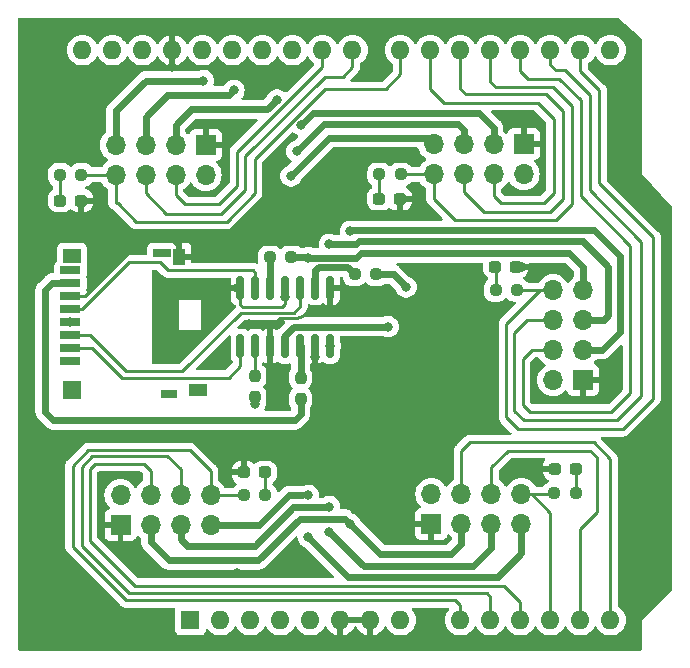
<source format=gbr>
%TF.GenerationSoftware,KiCad,Pcbnew,7.0.1-3b83917a11~172~ubuntu20.04.1*%
%TF.CreationDate,2023-08-11T21:00:56+02:00*%
%TF.ProjectId,PicoShield,5069636f-5368-4696-956c-642e6b696361,rev?*%
%TF.SameCoordinates,Original*%
%TF.FileFunction,Copper,L1,Top*%
%TF.FilePolarity,Positive*%
%FSLAX46Y46*%
G04 Gerber Fmt 4.6, Leading zero omitted, Abs format (unit mm)*
G04 Created by KiCad (PCBNEW 7.0.1-3b83917a11~172~ubuntu20.04.1) date 2023-08-11 21:00:56*
%MOMM*%
%LPD*%
G01*
G04 APERTURE LIST*
G04 Aperture macros list*
%AMRoundRect*
0 Rectangle with rounded corners*
0 $1 Rounding radius*
0 $2 $3 $4 $5 $6 $7 $8 $9 X,Y pos of 4 corners*
0 Add a 4 corners polygon primitive as box body*
4,1,4,$2,$3,$4,$5,$6,$7,$8,$9,$2,$3,0*
0 Add four circle primitives for the rounded corners*
1,1,$1+$1,$2,$3*
1,1,$1+$1,$4,$5*
1,1,$1+$1,$6,$7*
1,1,$1+$1,$8,$9*
0 Add four rect primitives between the rounded corners*
20,1,$1+$1,$2,$3,$4,$5,0*
20,1,$1+$1,$4,$5,$6,$7,0*
20,1,$1+$1,$6,$7,$8,$9,0*
20,1,$1+$1,$8,$9,$2,$3,0*%
G04 Aperture macros list end*
%TA.AperFunction,SMDPad,CuDef*%
%ADD10RoundRect,0.237500X0.237500X-0.250000X0.237500X0.250000X-0.237500X0.250000X-0.237500X-0.250000X0*%
%TD*%
%TA.AperFunction,SMDPad,CuDef*%
%ADD11RoundRect,0.237500X0.250000X0.237500X-0.250000X0.237500X-0.250000X-0.237500X0.250000X-0.237500X0*%
%TD*%
%TA.AperFunction,ComponentPad*%
%ADD12R,1.700000X1.700000*%
%TD*%
%TA.AperFunction,ComponentPad*%
%ADD13O,1.700000X1.700000*%
%TD*%
%TA.AperFunction,SMDPad,CuDef*%
%ADD14RoundRect,0.237500X0.287500X0.237500X-0.287500X0.237500X-0.287500X-0.237500X0.287500X-0.237500X0*%
%TD*%
%TA.AperFunction,SMDPad,CuDef*%
%ADD15RoundRect,0.150000X-0.150000X0.825000X-0.150000X-0.825000X0.150000X-0.825000X0.150000X0.825000X0*%
%TD*%
%TA.AperFunction,SMDPad,CuDef*%
%ADD16RoundRect,0.237500X-0.287500X-0.237500X0.287500X-0.237500X0.287500X0.237500X-0.287500X0.237500X0*%
%TD*%
%TA.AperFunction,SMDPad,CuDef*%
%ADD17R,1.750000X0.700000*%
%TD*%
%TA.AperFunction,SMDPad,CuDef*%
%ADD18R,1.000000X1.450000*%
%TD*%
%TA.AperFunction,SMDPad,CuDef*%
%ADD19R,1.550000X1.000000*%
%TD*%
%TA.AperFunction,SMDPad,CuDef*%
%ADD20R,1.500000X0.800000*%
%TD*%
%TA.AperFunction,SMDPad,CuDef*%
%ADD21R,1.500000X1.300000*%
%TD*%
%TA.AperFunction,SMDPad,CuDef*%
%ADD22R,1.500000X1.500000*%
%TD*%
%TA.AperFunction,SMDPad,CuDef*%
%ADD23R,1.400000X0.800000*%
%TD*%
%TA.AperFunction,SMDPad,CuDef*%
%ADD24RoundRect,0.237500X-0.250000X-0.237500X0.250000X-0.237500X0.250000X0.237500X-0.250000X0.237500X0*%
%TD*%
%TA.AperFunction,ComponentPad*%
%ADD25R,1.600000X1.600000*%
%TD*%
%TA.AperFunction,ComponentPad*%
%ADD26O,1.600000X1.600000*%
%TD*%
%TA.AperFunction,ViaPad*%
%ADD27C,0.800000*%
%TD*%
%TA.AperFunction,Conductor*%
%ADD28C,0.250000*%
%TD*%
%TA.AperFunction,Conductor*%
%ADD29C,0.600000*%
%TD*%
G04 APERTURE END LIST*
D10*
%TO.P,R4,1*%
%TO.N,CS1*%
X149606000Y-57554500D03*
%TO.P,R4,2*%
%TO.N,Net-(R4-Pad2)*%
X149606000Y-55729500D03*
%TD*%
D11*
%TO.P,R7,1*%
%TO.N,CS4*%
X171801800Y-48463200D03*
%TO.P,R7,2*%
%TO.N,Net-(D3-A)*%
X169976800Y-48463200D03*
%TD*%
D12*
%TO.P,J1,1,Pin_1*%
%TO.N,GND*%
X138226800Y-68376800D03*
D13*
%TO.P,J1,2,Pin_2*%
%TO.N,+5V*%
X138226800Y-65836800D03*
%TO.P,J1,3,Pin_3*%
%TO.N,MOSI*%
X140766800Y-68376800D03*
%TO.P,J1,4,Pin_4*%
%TO.N,INT1*%
X140766800Y-65836800D03*
%TO.P,J1,5,Pin_5*%
%TO.N,MISO*%
X143306800Y-68376800D03*
%TO.P,J1,6,Pin_6*%
%TO.N,RST1*%
X143306800Y-65836800D03*
%TO.P,J1,7,Pin_7*%
%TO.N,SCK*%
X145846800Y-68376800D03*
%TO.P,J1,8,Pin_8*%
%TO.N,CS2*%
X145846800Y-65836800D03*
%TD*%
D12*
%TO.P,J5,1,Pin_1*%
%TO.N,GND*%
X172364400Y-36118800D03*
D13*
%TO.P,J5,2,Pin_2*%
%TO.N,+5V*%
X172364400Y-38658800D03*
%TO.P,J5,3,Pin_3*%
%TO.N,MOSI*%
X169824400Y-36118800D03*
%TO.P,J5,4,Pin_4*%
%TO.N,INT4*%
X169824400Y-38658800D03*
%TO.P,J5,5,Pin_5*%
%TO.N,MISO*%
X167284400Y-36118800D03*
%TO.P,J5,6,Pin_6*%
%TO.N,RST4*%
X167284400Y-38658800D03*
%TO.P,J5,7,Pin_7*%
%TO.N,SCK*%
X164744400Y-36118800D03*
%TO.P,J5,8,Pin_8*%
%TO.N,CS5*%
X164744400Y-38658800D03*
%TD*%
D12*
%TO.P,J2,1,Pin_1*%
%TO.N,GND*%
X164541200Y-68275200D03*
D13*
%TO.P,J2,2,Pin_2*%
%TO.N,+5V*%
X164541200Y-65735200D03*
%TO.P,J2,3,Pin_3*%
%TO.N,MOSI*%
X167081200Y-68275200D03*
%TO.P,J2,4,Pin_4*%
%TO.N,INT2*%
X167081200Y-65735200D03*
%TO.P,J2,5,Pin_5*%
%TO.N,MISO*%
X169621200Y-68275200D03*
%TO.P,J2,6,Pin_6*%
%TO.N,RST2*%
X169621200Y-65735200D03*
%TO.P,J2,7,Pin_7*%
%TO.N,SCK*%
X172161200Y-68275200D03*
%TO.P,J2,8,Pin_8*%
%TO.N,CS3*%
X172161200Y-65735200D03*
%TD*%
D11*
%TO.P,R3,1*%
%TO.N,SCK*%
X152702900Y-45669200D03*
%TO.P,R3,2*%
%TO.N,Net-(R3-Pad2)*%
X150877900Y-45669200D03*
%TD*%
%TO.P,R1,1*%
%TO.N,MOSI*%
X159865700Y-47142400D03*
%TO.P,R1,2*%
%TO.N,Net-(R1-Pad2)*%
X158040700Y-47142400D03*
%TD*%
D14*
%TO.P,D5,1,K*%
%TO.N,GND*%
X134885400Y-40894000D03*
%TO.P,D5,2,A*%
%TO.N,Net-(D5-A)*%
X133135400Y-40894000D03*
%TD*%
D15*
%TO.P,U1,1*%
%TO.N,GND*%
X155983400Y-48266000D03*
%TO.P,U1,2*%
%TO.N,Net-(R1-Pad2)*%
X154713400Y-48266000D03*
%TO.P,U1,3*%
%TO.N,MOSI_1*%
X153443400Y-48266000D03*
%TO.P,U1,4*%
%TO.N,GND*%
X152173400Y-48266000D03*
%TO.P,U1,5*%
%TO.N,Net-(R3-Pad2)*%
X150903400Y-48266000D03*
%TO.P,U1,6*%
%TO.N,SCK_1*%
X149633400Y-48266000D03*
%TO.P,U1,7,GND*%
%TO.N,GND*%
X148363400Y-48266000D03*
%TO.P,U1,8*%
%TO.N,CS1_1*%
X148363400Y-53216000D03*
%TO.P,U1,9*%
%TO.N,Net-(R4-Pad2)*%
X149633400Y-53216000D03*
%TO.P,U1,10*%
%TO.N,GND*%
X150903400Y-53216000D03*
%TO.P,U1,11*%
%TO.N,MISO*%
X152173400Y-53216000D03*
%TO.P,U1,12*%
%TO.N,Net-(R5-Pad2)*%
X153443400Y-53216000D03*
%TO.P,U1,13*%
%TO.N,GND*%
X154713400Y-53216000D03*
%TO.P,U1,14,VCC*%
%TO.N,+3V3*%
X155983400Y-53216000D03*
%TD*%
D14*
%TO.P,D4,1,K*%
%TO.N,GND*%
X161860200Y-40741600D03*
%TO.P,D4,2,A*%
%TO.N,Net-(D4-A)*%
X160110200Y-40741600D03*
%TD*%
D12*
%TO.P,J6,1,Pin_1*%
%TO.N,GND*%
X145440400Y-36169600D03*
D13*
%TO.P,J6,2,Pin_2*%
%TO.N,+5V*%
X145440400Y-38709600D03*
%TO.P,J6,3,Pin_3*%
%TO.N,MOSI*%
X142900400Y-36169600D03*
%TO.P,J6,4,Pin_4*%
%TO.N,INT5*%
X142900400Y-38709600D03*
%TO.P,J6,5,Pin_5*%
%TO.N,MISO*%
X140360400Y-36169600D03*
%TO.P,J6,6,Pin_6*%
%TO.N,RST5*%
X140360400Y-38709600D03*
%TO.P,J6,7,Pin_7*%
%TO.N,SCK*%
X137820400Y-36169600D03*
%TO.P,J6,8,Pin_8*%
%TO.N,CS6*%
X137820400Y-38709600D03*
%TD*%
D12*
%TO.P,J4,1,Pin_1*%
%TO.N,GND*%
X177393600Y-56083200D03*
D13*
%TO.P,J4,2,Pin_2*%
%TO.N,+5V*%
X174853600Y-56083200D03*
%TO.P,J4,3,Pin_3*%
%TO.N,MOSI*%
X177393600Y-53543200D03*
%TO.P,J4,4,Pin_4*%
%TO.N,INT3*%
X174853600Y-53543200D03*
%TO.P,J4,5,Pin_5*%
%TO.N,MISO*%
X177393600Y-51003200D03*
%TO.P,J4,6,Pin_6*%
%TO.N,RST3*%
X174853600Y-51003200D03*
%TO.P,J4,7,Pin_7*%
%TO.N,SCK*%
X177393600Y-48463200D03*
%TO.P,J4,8,Pin_8*%
%TO.N,CS4*%
X174853600Y-48463200D03*
%TD*%
D16*
%TO.P,D2,1,K*%
%TO.N,GND*%
X175045400Y-63601600D03*
%TO.P,D2,2,A*%
%TO.N,Net-(D2-A)*%
X176795400Y-63601600D03*
%TD*%
D17*
%TO.P,J3,1,DAT2*%
%TO.N,unconnected-(J3-DAT2-Pad1)*%
X133987000Y-54496800D03*
%TO.P,J3,2,DAT3/CD*%
%TO.N,CS1_1*%
X133987000Y-53396800D03*
%TO.P,J3,3,CMD*%
%TO.N,MOSI_1*%
X133987000Y-52296800D03*
%TO.P,J3,4,VDD*%
%TO.N,+3V3*%
X133987000Y-51196800D03*
%TO.P,J3,5,CLK*%
%TO.N,SCK_1*%
X133987000Y-50096800D03*
%TO.P,J3,6,VSS*%
%TO.N,GND*%
X133987000Y-48996800D03*
%TO.P,J3,7,DAT0*%
%TO.N,MISO_1*%
X133987000Y-47896800D03*
%TO.P,J3,8,DAT1*%
%TO.N,unconnected-(J3-DAT1-Pad8)*%
X133987000Y-46796800D03*
D18*
%TO.P,J3,9,SHIELD*%
%TO.N,GND*%
X143212000Y-45671800D03*
D19*
%TO.P,J3,10*%
%TO.N,N/C*%
X144787000Y-56896800D03*
D20*
%TO.P,J3,11*%
X141712000Y-45346800D03*
D21*
X134112000Y-45596800D03*
D22*
X134112000Y-56946800D03*
D23*
X142362000Y-57296800D03*
%TD*%
D24*
%TO.P,R2,1*%
%TO.N,CS2*%
X148642700Y-65836800D03*
%TO.P,R2,2*%
%TO.N,Net-(D1-A)*%
X150467700Y-65836800D03*
%TD*%
%TO.P,R6,1*%
%TO.N,CS3*%
X174957100Y-65684400D03*
%TO.P,R6,2*%
%TO.N,Net-(D2-A)*%
X176782100Y-65684400D03*
%TD*%
D14*
%TO.P,D3,1,K*%
%TO.N,GND*%
X171715400Y-46482000D03*
%TO.P,D3,2,A*%
%TO.N,Net-(D3-A)*%
X169965400Y-46482000D03*
%TD*%
D16*
%TO.P,D1,1,K*%
%TO.N,GND*%
X148680200Y-63906400D03*
%TO.P,D1,2,A*%
%TO.N,Net-(D1-A)*%
X150430200Y-63906400D03*
%TD*%
D11*
%TO.P,R9,1*%
%TO.N,CS6*%
X134922900Y-38709600D03*
%TO.P,R9,2*%
%TO.N,Net-(D5-A)*%
X133097900Y-38709600D03*
%TD*%
%TO.P,R8,1*%
%TO.N,CS5*%
X161948500Y-38658800D03*
%TO.P,R8,2*%
%TO.N,Net-(D4-A)*%
X160123500Y-38658800D03*
%TD*%
D10*
%TO.P,R5,1*%
%TO.N,MISO_1*%
X153466800Y-57706900D03*
%TO.P,R5,2*%
%TO.N,Net-(R5-Pad2)*%
X153466800Y-55881900D03*
%TD*%
D25*
%TO.P,A1,1,NC*%
%TO.N,unconnected-(A1-NC-Pad1)*%
X144145000Y-76403200D03*
D26*
%TO.P,A1,2,IOREF*%
%TO.N,unconnected-(A1-IOREF-Pad2)*%
X146685000Y-76403200D03*
%TO.P,A1,3,~{RESET}*%
%TO.N,unconnected-(A1-~{RESET}-Pad3)*%
X149225000Y-76403200D03*
%TO.P,A1,4,3V3*%
%TO.N,+3V3*%
X151765000Y-76403200D03*
%TO.P,A1,5,+5V*%
%TO.N,+5V*%
X154305000Y-76403200D03*
%TO.P,A1,6,GND*%
%TO.N,GND*%
X156845000Y-76403200D03*
%TO.P,A1,7,GND*%
X159385000Y-76403200D03*
%TO.P,A1,8,VIN*%
%TO.N,unconnected-(A1-VIN-Pad8)*%
X161925000Y-76403200D03*
%TO.P,A1,9,A0*%
%TO.N,CS2*%
X167005000Y-76403200D03*
%TO.P,A1,10,A1*%
%TO.N,RST1*%
X169545000Y-76403200D03*
%TO.P,A1,11,A2*%
%TO.N,INT1*%
X172085000Y-76403200D03*
%TO.P,A1,12,A3*%
%TO.N,CS3*%
X174625000Y-76403200D03*
%TO.P,A1,13,SDA/A4*%
%TO.N,RST2*%
X177165000Y-76403200D03*
%TO.P,A1,14,SCL/A5*%
%TO.N,INT2*%
X179705000Y-76403200D03*
%TO.P,A1,15,D0/RX*%
%TO.N,unconnected-(A1-D0{slash}RX-Pad15)*%
X179705000Y-28143200D03*
%TO.P,A1,16,D1/TX*%
%TO.N,CS4*%
X177165000Y-28143200D03*
%TO.P,A1,17,D2*%
%TO.N,RST3*%
X174625000Y-28143200D03*
%TO.P,A1,18,D3*%
%TO.N,INT3*%
X172085000Y-28143200D03*
%TO.P,A1,19,D4*%
%TO.N,CS5*%
X169545000Y-28143200D03*
%TO.P,A1,20,D5*%
%TO.N,RST4*%
X167005000Y-28143200D03*
%TO.P,A1,21,D6*%
%TO.N,INT4*%
X164465000Y-28143200D03*
%TO.P,A1,22,D7*%
%TO.N,CS6*%
X161925000Y-28143200D03*
%TO.P,A1,23,D8*%
%TO.N,RST5*%
X157865000Y-28143200D03*
%TO.P,A1,24,D9*%
%TO.N,INT5*%
X155325000Y-28143200D03*
%TO.P,A1,25,D10*%
%TO.N,CS1*%
X152785000Y-28143200D03*
%TO.P,A1,26,D11*%
%TO.N,MOSI*%
X150245000Y-28143200D03*
%TO.P,A1,27,D12*%
%TO.N,MISO*%
X147705000Y-28143200D03*
%TO.P,A1,28,D13*%
%TO.N,SCK*%
X145165000Y-28143200D03*
%TO.P,A1,29,GND*%
%TO.N,GND*%
X142625000Y-28143200D03*
%TO.P,A1,30,AREF*%
%TO.N,unconnected-(A1-AREF-Pad30)*%
X140085000Y-28143200D03*
%TO.P,A1,31,SDA/A4*%
%TO.N,unconnected-(A1-SDA{slash}A4-Pad31)*%
X137545000Y-28143200D03*
%TO.P,A1,32,SCL/A5*%
%TO.N,unconnected-(A1-SCL{slash}A5-Pad32)*%
X135005000Y-28143200D03*
%TD*%
D27*
%TO.N,+3V3*%
X133959600Y-51155600D03*
X155983400Y-53216000D03*
%TO.N,GND*%
X160274000Y-64008000D03*
X153162000Y-26416000D03*
X156210000Y-64770000D03*
X138176000Y-78232000D03*
X168148000Y-58166000D03*
X163576000Y-46736000D03*
X152400000Y-61976000D03*
X175768000Y-26416000D03*
X181610000Y-74930000D03*
X152146000Y-49022000D03*
X164592000Y-76200000D03*
X146812000Y-54102000D03*
X149098000Y-51308000D03*
X154686000Y-54102000D03*
X159766000Y-29972000D03*
X148971000Y-27051000D03*
X133858000Y-35306000D03*
X133604000Y-29718000D03*
X156972000Y-78232000D03*
X157988000Y-59944000D03*
X159004000Y-61976000D03*
X180848000Y-78232000D03*
X142621000Y-29591000D03*
X181356000Y-61976000D03*
X172212000Y-46482000D03*
X163576000Y-53086000D03*
X130556000Y-26670000D03*
X154432000Y-63246000D03*
X141732000Y-48006000D03*
X141732000Y-54102000D03*
X151892000Y-55372000D03*
X143891000Y-27051000D03*
X154432000Y-50292000D03*
X148082000Y-48260000D03*
X158242000Y-66294000D03*
X139446000Y-60960000D03*
X135636000Y-36576000D03*
X183896000Y-72898000D03*
X167894000Y-46736000D03*
X164084000Y-61722000D03*
X172212000Y-33782000D03*
X184150000Y-42926000D03*
X163830000Y-41910000D03*
X168148000Y-52832000D03*
X173990000Y-46736000D03*
X151892000Y-30226000D03*
X156210000Y-56896000D03*
X145796000Y-60960000D03*
X156464000Y-26416000D03*
X146812000Y-48006000D03*
X150876000Y-39878000D03*
X152146000Y-42926000D03*
X159766000Y-26416000D03*
X147066000Y-44450000D03*
X130810000Y-69850000D03*
X148082000Y-72390000D03*
X167894000Y-78232000D03*
X131064000Y-78232000D03*
X175006000Y-63500000D03*
X138684000Y-27051000D03*
X130810000Y-60960000D03*
X137414000Y-30480000D03*
X183896000Y-59690000D03*
X136906000Y-46228000D03*
X138176000Y-43688000D03*
X180340000Y-54356000D03*
X180848000Y-38862000D03*
X140716000Y-72136000D03*
X183896000Y-66548000D03*
X180848000Y-30480000D03*
X172466000Y-63500000D03*
X179578000Y-57150000D03*
X130556000Y-39624000D03*
X161544000Y-69088000D03*
X167894000Y-26162000D03*
X158750000Y-37084000D03*
X181610000Y-68072000D03*
%TO.N,CS1*%
X149606000Y-58115200D03*
%TO.N,MOSI*%
X153543000Y-34467800D03*
X162407600Y-48209200D03*
X157683200Y-68275200D03*
X157683200Y-43484800D03*
X151485600Y-32359600D03*
%TO.N,MISO*%
X153162000Y-36728400D03*
X160883600Y-51562000D03*
X147828000Y-31546800D03*
X155905200Y-68935600D03*
X155905200Y-44602400D03*
X155905200Y-66802000D03*
%TO.N,SCK*%
X145237200Y-30734000D03*
X152654000Y-38811200D03*
X154127200Y-45720000D03*
X154127200Y-65836800D03*
X154127200Y-69392800D03*
%TD*%
D28*
%TO.N,GND*%
X148590000Y-49936400D02*
X151892000Y-49936400D01*
X153101596Y-50836400D02*
X153137996Y-50800000D01*
X148363400Y-48266000D02*
X148363400Y-48994600D01*
X148363400Y-49049400D02*
X148363400Y-49709800D01*
X152146000Y-49022000D02*
X152173400Y-48994600D01*
X155983400Y-49756600D02*
X155983400Y-48266000D01*
X142544800Y-44196000D02*
X143212000Y-44863200D01*
X140055600Y-44196000D02*
X142544800Y-44196000D01*
X152173400Y-49049400D02*
X152146000Y-49022000D01*
X152173400Y-48994600D02*
X152173400Y-48266000D01*
X148336000Y-49022000D02*
X148363400Y-49049400D01*
X151892000Y-49936400D02*
X152173400Y-49655000D01*
X150903400Y-51687000D02*
X151754000Y-50836400D01*
X148363400Y-48994600D02*
X148336000Y-49022000D01*
X148363400Y-49709800D02*
X148590000Y-49936400D01*
X133987000Y-48996800D02*
X135254800Y-48996800D01*
X135254800Y-48996800D02*
X140055600Y-44196000D01*
X151754000Y-50836400D02*
X153101596Y-50836400D01*
X154432000Y-50292000D02*
X155448000Y-50292000D01*
X152173400Y-49655000D02*
X152173400Y-49049400D01*
X150903400Y-53216000D02*
X150903400Y-51687000D01*
X143212000Y-44863200D02*
X143212000Y-45671800D01*
X155448000Y-50292000D02*
X155983400Y-49756600D01*
X153137996Y-50800000D02*
X154432000Y-50292000D01*
%TO.N,RST4*%
X175666400Y-40792400D02*
X174599600Y-41859200D01*
X167005000Y-31470600D02*
X167436800Y-31902400D01*
X174244000Y-31902400D02*
X175666400Y-33324800D01*
X167436800Y-31902400D02*
X174244000Y-31902400D01*
X169011600Y-41859200D02*
X167284400Y-40132000D01*
X167284400Y-40132000D02*
X167284400Y-38658800D01*
X174599600Y-41859200D02*
X169011600Y-41859200D01*
X175666400Y-33324800D02*
X175666400Y-40792400D01*
X167005000Y-28143200D02*
X167005000Y-31470600D01*
%TO.N,RST5*%
X157865000Y-28143200D02*
X157865000Y-29587000D01*
X142080400Y-42004400D02*
X140360400Y-40284400D01*
X157066400Y-30385600D02*
X155542400Y-30385600D01*
X148793200Y-39979600D02*
X146768400Y-42004400D01*
X148793200Y-37134800D02*
X148793200Y-39979600D01*
X155542400Y-30385600D02*
X148793200Y-37134800D01*
X140360400Y-40284400D02*
X140360400Y-38709600D01*
X146768400Y-42004400D02*
X142080400Y-42004400D01*
X157865000Y-29587000D02*
X157066400Y-30385600D01*
D29*
%TO.N,MOSI*%
X144221200Y-33172400D02*
X150622000Y-33172400D01*
X180492400Y-45567600D02*
X178308000Y-43383200D01*
X153416000Y-67818000D02*
X157226000Y-67818000D01*
X157784800Y-43383200D02*
X157683200Y-43484800D01*
X157226000Y-67818000D02*
X157683200Y-68275200D01*
X168554400Y-33477200D02*
X154533600Y-33477200D01*
X142900400Y-36169600D02*
X142900400Y-34493200D01*
X140766800Y-68376800D02*
X140766800Y-69799200D01*
X169824400Y-34747200D02*
X168554400Y-33477200D01*
X142303600Y-71336000D02*
X149898000Y-71336000D01*
X166217600Y-70815200D02*
X160223200Y-70815200D01*
X142900400Y-34493200D02*
X144221200Y-33172400D01*
X161340800Y-47142400D02*
X162407600Y-48209200D01*
X167081200Y-69951600D02*
X166217600Y-70815200D01*
X159865700Y-47142400D02*
X161340800Y-47142400D01*
X178968400Y-53543200D02*
X180492400Y-52019200D01*
X140766800Y-69799200D02*
X142303600Y-71336000D01*
X167081200Y-68275200D02*
X167081200Y-69951600D01*
X149898000Y-71336000D02*
X153416000Y-67818000D01*
X160223200Y-70815200D02*
X157683200Y-68275200D01*
X180492400Y-52019200D02*
X180492400Y-45567600D01*
X169824400Y-36118800D02*
X169824400Y-34747200D01*
X177393600Y-53543200D02*
X178968400Y-53543200D01*
X154533600Y-33477200D02*
X153543000Y-34467800D01*
X178308000Y-43383200D02*
X157784800Y-43383200D01*
X150622000Y-33172400D02*
X151434800Y-32359600D01*
%TO.N,MISO*%
X152173400Y-52296600D02*
X152908000Y-51562000D01*
X149606000Y-70104000D02*
X152857200Y-66852800D01*
X166776400Y-34442400D02*
X155448000Y-34442400D01*
X152857200Y-66852800D02*
X155854400Y-66852800D01*
X140360400Y-36169600D02*
X140360400Y-33782000D01*
X155448000Y-34442400D02*
X153162000Y-36728400D01*
X143306800Y-69545200D02*
X143865600Y-70104000D01*
X158445200Y-44348400D02*
X158191200Y-44602400D01*
X179527200Y-46532800D02*
X177342800Y-44348400D01*
X179527200Y-50596800D02*
X179527200Y-46532800D01*
X155854400Y-66852800D02*
X155905200Y-66802000D01*
X167284400Y-36118800D02*
X167284400Y-34950400D01*
X167284400Y-34950400D02*
X166776400Y-34442400D01*
X179120800Y-51003200D02*
X179527200Y-50596800D01*
X140360400Y-33782000D02*
X142189200Y-31953200D01*
X168097200Y-71831200D02*
X158800800Y-71831200D01*
X142189200Y-31953200D02*
X147421600Y-31953200D01*
X147421600Y-31953200D02*
X147828000Y-31546800D01*
X169621200Y-68275200D02*
X169621200Y-70307200D01*
X169621200Y-70307200D02*
X168097200Y-71831200D01*
X177342800Y-44348400D02*
X158445200Y-44348400D01*
X152173400Y-53216000D02*
X152173400Y-52296600D01*
X158191200Y-44602400D02*
X155905200Y-44602400D01*
X177393600Y-51003200D02*
X179120800Y-51003200D01*
X143306800Y-68376800D02*
X143306800Y-69545200D01*
X152908000Y-51562000D02*
X160883600Y-51562000D01*
X143865600Y-70104000D02*
X149606000Y-70104000D01*
X158800800Y-71831200D02*
X155905200Y-68935600D01*
%TO.N,SCK*%
X172161200Y-70764400D02*
X170180000Y-72745600D01*
X176225200Y-45364400D02*
X158560571Y-45364400D01*
X137820400Y-33262905D02*
X140349305Y-30734000D01*
X154076400Y-45669200D02*
X154127200Y-45720000D01*
X137820400Y-36169600D02*
X137820400Y-33262905D01*
X157480000Y-72745600D02*
X154127200Y-69392800D01*
X177393600Y-48463200D02*
X177393600Y-46532800D01*
X152501600Y-65836800D02*
X153619200Y-65836800D01*
X172161200Y-68275200D02*
X172161200Y-70764400D01*
X158204971Y-45720000D02*
X154127200Y-45720000D01*
X149961600Y-68376800D02*
X152501600Y-65836800D01*
X158560571Y-45364400D02*
X158204971Y-45720000D01*
X164185600Y-35560000D02*
X155905200Y-35560000D01*
X164744400Y-36118800D02*
X164185600Y-35560000D01*
X177393600Y-46532800D02*
X176225200Y-45364400D01*
X152702900Y-45669200D02*
X154076400Y-45669200D01*
X155905200Y-35560000D02*
X152654000Y-38811200D01*
X170180000Y-72745600D02*
X157480000Y-72745600D01*
X140349305Y-30734000D02*
X145237200Y-30734000D01*
X145846800Y-68376800D02*
X149961600Y-68376800D01*
D28*
%TO.N,Net-(D1-A)*%
X150467700Y-63943900D02*
X150430200Y-63906400D01*
X150467700Y-65836800D02*
X150467700Y-63943900D01*
%TO.N,CS1_1*%
X133987000Y-53396800D02*
X135845200Y-53396800D01*
X138328400Y-55880000D02*
X147370800Y-55880000D01*
X135845200Y-53396800D02*
X138328400Y-55880000D01*
X147370800Y-55880000D02*
X148363400Y-54887400D01*
X148363400Y-54887400D02*
X148363400Y-53898800D01*
%TO.N,MOSI_1*%
X153443400Y-49858200D02*
X152915200Y-50386400D01*
X138684000Y-55321200D02*
X135659600Y-52296800D01*
X143468804Y-55321200D02*
X138684000Y-55321200D01*
X148403604Y-50386400D02*
X143468804Y-55321200D01*
X135659600Y-52296800D02*
X133987000Y-52296800D01*
X152915200Y-50386400D02*
X148403604Y-50386400D01*
X153443400Y-48266000D02*
X153443400Y-49858200D01*
%TO.N,SCK_1*%
X149430200Y-46786800D02*
X149633400Y-46990000D01*
X133987000Y-50096800D02*
X134985222Y-50096800D01*
X134985222Y-50096800D02*
X138955622Y-46126400D01*
X142240000Y-46786800D02*
X149430200Y-46786800D01*
X141579600Y-46126400D02*
X142240000Y-46786800D01*
X149633400Y-46990000D02*
X149633400Y-48266000D01*
X138955622Y-46126400D02*
X141579600Y-46126400D01*
D29*
%TO.N,MISO_1*%
X153466800Y-57706900D02*
X153466800Y-58978800D01*
X132478800Y-47896800D02*
X133987000Y-47896800D01*
X132537200Y-59486800D02*
X131826000Y-58775600D01*
X131826000Y-58775600D02*
X131826000Y-48463200D01*
X153466800Y-58978800D02*
X152958800Y-59486800D01*
X152958800Y-59486800D02*
X132537200Y-59486800D01*
X132435600Y-47853600D02*
X132478800Y-47896800D01*
X131826000Y-48463200D02*
X132435600Y-47853600D01*
%TO.N,Net-(R1-Pad2)*%
X154713400Y-46810200D02*
X154713400Y-48266000D01*
X158040700Y-47142400D02*
X157431100Y-46532800D01*
X154990800Y-46532800D02*
X154713400Y-46810200D01*
X157431100Y-46532800D02*
X154990800Y-46532800D01*
D28*
%TO.N,CS2*%
X135483600Y-62026800D02*
X144119600Y-62026800D01*
X144119600Y-62026800D02*
X145846800Y-63754000D01*
X145846800Y-65836800D02*
X148642700Y-65836800D01*
X166573200Y-74726800D02*
X138684000Y-74726800D01*
X134162800Y-63347600D02*
X135483600Y-62026800D01*
X138684000Y-74726800D02*
X134162800Y-70205600D01*
X167005000Y-75158600D02*
X166573200Y-74726800D01*
X167005000Y-76403200D02*
X167005000Y-75158600D01*
X145846800Y-63754000D02*
X145846800Y-65836800D01*
X134162800Y-70205600D02*
X134162800Y-63347600D01*
%TO.N,Net-(R3-Pad2)*%
X150903400Y-45694700D02*
X150877900Y-45669200D01*
D29*
X150903400Y-48266000D02*
X150903400Y-45694700D01*
D28*
%TO.N,Net-(R4-Pad2)*%
X149606000Y-55729500D02*
X149606000Y-53243400D01*
X149606000Y-53243400D02*
X149633400Y-53216000D01*
%TO.N,Net-(R5-Pad2)*%
X153466800Y-53239400D02*
X153443400Y-53216000D01*
D29*
X153466800Y-55881900D02*
X153466800Y-53239400D01*
D28*
%TO.N,Net-(D2-A)*%
X176782100Y-63614900D02*
X176795400Y-63601600D01*
X176782100Y-65684400D02*
X176782100Y-63614900D01*
%TO.N,Net-(D3-A)*%
X169976800Y-46493400D02*
X169965400Y-46482000D01*
X169976800Y-48463200D02*
X169976800Y-46493400D01*
%TO.N,Net-(D4-A)*%
X160123500Y-40728300D02*
X160110200Y-40741600D01*
X160123500Y-38658800D02*
X160123500Y-40728300D01*
%TO.N,Net-(D5-A)*%
X133097900Y-40856500D02*
X133135400Y-40894000D01*
X133097900Y-38709600D02*
X133097900Y-40856500D01*
%TO.N,INT1*%
X139446000Y-73507600D02*
X135636000Y-69697600D01*
X172085000Y-74904600D02*
X170688000Y-73507600D01*
X135636000Y-63601600D02*
X136042400Y-63195200D01*
X172085000Y-76403200D02*
X172085000Y-74904600D01*
X135636000Y-69697600D02*
X135636000Y-63601600D01*
X140208000Y-63195200D02*
X140766800Y-63754000D01*
X140766800Y-63754000D02*
X140766800Y-65836800D01*
X136042400Y-63195200D02*
X140208000Y-63195200D01*
X170688000Y-73507600D02*
X139446000Y-73507600D01*
%TO.N,CS3*%
X174625000Y-67335400D02*
X173024800Y-65735200D01*
X174906300Y-65735200D02*
X174957100Y-65684400D01*
X173024800Y-65735200D02*
X174906300Y-65735200D01*
X174625000Y-76403200D02*
X174625000Y-67335400D01*
X172161200Y-65735200D02*
X173024800Y-65735200D01*
%TO.N,INT2*%
X167792400Y-61366400D02*
X167081200Y-62077600D01*
X167081200Y-62077600D02*
X167081200Y-65735200D01*
X179705000Y-62763400D02*
X178308000Y-61366400D01*
X178308000Y-61366400D02*
X167792400Y-61366400D01*
X179705000Y-76403200D02*
X179705000Y-62763400D01*
%TO.N,INT3*%
X181363200Y-57193600D02*
X179781200Y-58775600D01*
X177190400Y-32410400D02*
X177190400Y-40538400D01*
X181363200Y-44711200D02*
X181363200Y-57193600D01*
X172923200Y-58775600D02*
X172872400Y-58826400D01*
X173024800Y-53543200D02*
X174853600Y-53543200D01*
X172085000Y-29946600D02*
X172720000Y-30581600D01*
X172872400Y-58826400D02*
X172262800Y-58216800D01*
X172262800Y-58216800D02*
X172262800Y-54305200D01*
X179781200Y-58775600D02*
X172923200Y-58775600D01*
X177190400Y-40538400D02*
X181363200Y-44711200D01*
X172720000Y-30581600D02*
X175361600Y-30581600D01*
X172085000Y-28143200D02*
X172085000Y-29946600D01*
X172262800Y-54305200D02*
X173024800Y-53543200D01*
X175361600Y-30581600D02*
X177190400Y-32410400D01*
%TO.N,CS4*%
X178765200Y-39420800D02*
X183337200Y-43992800D01*
X177165000Y-28143200D02*
X177165000Y-29946600D01*
X170891200Y-51308000D02*
X173736000Y-48463200D01*
X171801800Y-48463200D02*
X174853600Y-48463200D01*
X170891200Y-59232800D02*
X170891200Y-51308000D01*
X183337200Y-43992800D02*
X183337200Y-57658000D01*
X178765200Y-31546800D02*
X178765200Y-39420800D01*
X171907200Y-60248800D02*
X170891200Y-59232800D01*
X177165000Y-29946600D02*
X178765200Y-31546800D01*
X180746400Y-60248800D02*
X171907200Y-60248800D01*
X183337200Y-57658000D02*
X180746400Y-60248800D01*
%TO.N,INT4*%
X174904400Y-40284400D02*
X174091600Y-41097200D01*
X164465000Y-28143200D02*
X164465000Y-31470600D01*
X174904400Y-33985200D02*
X174904400Y-40284400D01*
X169875200Y-40538400D02*
X169824400Y-40538400D01*
X170434000Y-41097200D02*
X169875200Y-40538400D01*
X164465000Y-31470600D02*
X165608000Y-32613600D01*
X173532800Y-32613600D02*
X174904400Y-33985200D01*
X174091600Y-41097200D02*
X170434000Y-41097200D01*
X169824400Y-40538400D02*
X169824400Y-38658800D01*
X165608000Y-32613600D02*
X173532800Y-32613600D01*
%TO.N,CS5*%
X175056800Y-42570400D02*
X166573200Y-42570400D01*
X169545000Y-30861000D02*
X169976800Y-31292800D01*
X161948500Y-38658800D02*
X164744400Y-38658800D01*
X166573200Y-42570400D02*
X164744400Y-40741600D01*
X169545000Y-28143200D02*
X169545000Y-30861000D01*
X176428400Y-32867600D02*
X176428400Y-41198800D01*
X176428400Y-41198800D02*
X175056800Y-42570400D01*
X174853600Y-31292800D02*
X176428400Y-32867600D01*
X164744400Y-40741600D02*
X164744400Y-38658800D01*
X169976800Y-31292800D02*
X174853600Y-31292800D01*
%TO.N,INT5*%
X142900400Y-40386000D02*
X142900400Y-38709600D01*
X155325000Y-29545505D02*
X148082000Y-36788505D01*
X143713200Y-41198800D02*
X142900400Y-40386000D01*
X148082000Y-36788505D02*
X148082000Y-39674800D01*
X155325000Y-28143200D02*
X155325000Y-29545505D01*
X148082000Y-39674800D02*
X146558000Y-41198800D01*
X146558000Y-41198800D02*
X143713200Y-41198800D01*
%TO.N,CS6*%
X155540295Y-31445200D02*
X149606000Y-37379495D01*
X137871200Y-41097200D02*
X137820400Y-41046400D01*
X161925000Y-28143200D02*
X161925000Y-30200600D01*
X149606000Y-37379495D02*
X149606000Y-40284400D01*
X161925000Y-30200600D02*
X160680400Y-31445200D01*
X137820400Y-41046400D02*
X137820400Y-38709600D01*
X137820400Y-38709600D02*
X134922900Y-38709600D01*
X160680400Y-31445200D02*
X155540295Y-31445200D01*
X147218400Y-42672000D02*
X139547600Y-42672000D01*
X137972800Y-41097200D02*
X137871200Y-41097200D01*
X139547600Y-42672000D02*
X137972800Y-41097200D01*
X149606000Y-40284400D02*
X147218400Y-42672000D01*
%TO.N,RST3*%
X177952400Y-31953200D02*
X177952400Y-40030400D01*
X175869600Y-29870400D02*
X177952400Y-31953200D01*
X172618400Y-51003200D02*
X174853600Y-51003200D01*
X172364400Y-59486800D02*
X171551600Y-58674000D01*
X171551600Y-52070000D02*
X172618400Y-51003200D01*
X182321200Y-44399200D02*
X182321200Y-57404000D01*
X180238400Y-59486800D02*
X172364400Y-59486800D01*
X174625000Y-29387800D02*
X175107600Y-29870400D01*
X175107600Y-29870400D02*
X175869600Y-29870400D01*
X171551600Y-58674000D02*
X171551600Y-52070000D01*
X182321200Y-57404000D02*
X180238400Y-59486800D01*
X177952400Y-40030400D02*
X182321200Y-44399200D01*
X174625000Y-28143200D02*
X174625000Y-29387800D01*
%TO.N,RST1*%
X169214800Y-74117200D02*
X138938000Y-74117200D01*
X138938000Y-74117200D02*
X134924800Y-70104000D01*
X169545000Y-74447400D02*
X169214800Y-74117200D01*
X134924800Y-70104000D02*
X134924800Y-63449200D01*
X134924800Y-63449200D02*
X135839200Y-62534800D01*
X142189200Y-62534800D02*
X143306800Y-63652400D01*
X169545000Y-76403200D02*
X169545000Y-74447400D01*
X135839200Y-62534800D02*
X142189200Y-62534800D01*
X143306800Y-63652400D02*
X143306800Y-65836800D01*
%TO.N,RST2*%
X169621200Y-63449200D02*
X169621200Y-65735200D01*
X178003200Y-62077600D02*
X170992800Y-62077600D01*
X170992800Y-62077600D02*
X169621200Y-63449200D01*
X178562000Y-67259200D02*
X178562000Y-62636400D01*
X177165000Y-68656200D02*
X178562000Y-67259200D01*
X177165000Y-76403200D02*
X177165000Y-68656200D01*
X178562000Y-62636400D02*
X178003200Y-62077600D01*
%TD*%
%TA.AperFunction,Conductor*%
%TO.N,GND*%
G36*
X139945001Y-63830139D02*
G01*
X139985229Y-63857019D01*
X140104981Y-63976771D01*
X140131861Y-64016999D01*
X140141300Y-64064452D01*
X140141300Y-64561574D01*
X140127289Y-64618831D01*
X140088423Y-64663148D01*
X140040495Y-64696708D01*
X139895398Y-64798305D01*
X139728305Y-64965398D01*
X139598375Y-65150959D01*
X139554057Y-65189825D01*
X139496800Y-65203836D01*
X139439543Y-65189825D01*
X139395225Y-65150959D01*
X139329694Y-65057371D01*
X139265295Y-64965399D01*
X139098201Y-64798305D01*
X138904630Y-64662765D01*
X138690463Y-64562897D01*
X138629301Y-64546509D01*
X138462207Y-64501736D01*
X138226800Y-64481140D01*
X137991392Y-64501736D01*
X137763136Y-64562897D01*
X137548970Y-64662765D01*
X137355398Y-64798305D01*
X137188305Y-64965398D01*
X137052765Y-65158970D01*
X136952897Y-65373136D01*
X136891736Y-65601392D01*
X136871140Y-65836800D01*
X136891736Y-66072207D01*
X136906984Y-66129112D01*
X136952897Y-66300463D01*
X137052765Y-66514630D01*
X137188305Y-66708201D01*
X137188307Y-66708203D01*
X137188308Y-66708204D01*
X137310618Y-66830514D01*
X137341914Y-66883260D01*
X137344103Y-66944553D01*
X137316650Y-66999397D01*
X137266272Y-67034376D01*
X137134713Y-67083446D01*
X137019611Y-67169611D01*
X136933447Y-67284710D01*
X136883202Y-67419424D01*
X136876800Y-67478976D01*
X136876800Y-68126800D01*
X138352800Y-68126800D01*
X138414800Y-68143413D01*
X138460187Y-68188800D01*
X138476800Y-68250800D01*
X138476800Y-69726800D01*
X139124624Y-69726800D01*
X139184175Y-69720397D01*
X139318889Y-69670152D01*
X139433988Y-69583988D01*
X139520152Y-69468888D01*
X139569221Y-69337329D01*
X139604200Y-69286949D01*
X139659045Y-69259496D01*
X139720338Y-69261685D01*
X139773084Y-69292981D01*
X139895397Y-69415294D01*
X139913423Y-69427916D01*
X139952289Y-69472234D01*
X139966300Y-69529491D01*
X139966300Y-69889396D01*
X139974817Y-69926718D01*
X139977145Y-69940419D01*
X139981431Y-69978452D01*
X139994072Y-70014580D01*
X139997919Y-70027936D01*
X140006438Y-70065258D01*
X140023050Y-70099753D01*
X140028370Y-70112598D01*
X140041009Y-70148720D01*
X140051570Y-70165527D01*
X140061376Y-70181133D01*
X140068098Y-70193295D01*
X140084708Y-70227786D01*
X140084709Y-70227787D01*
X140105568Y-70253944D01*
X140108572Y-70257710D01*
X140116618Y-70269050D01*
X140136984Y-70301462D01*
X140168973Y-70333451D01*
X140168974Y-70333452D01*
X140913324Y-71077802D01*
X141656342Y-71820819D01*
X141656343Y-71820821D01*
X141801338Y-71965816D01*
X141833743Y-71986177D01*
X141845086Y-71994225D01*
X141875011Y-72018090D01*
X141875012Y-72018090D01*
X141875013Y-72018091D01*
X141909496Y-72034697D01*
X141921658Y-72041418D01*
X141954078Y-72061789D01*
X141990220Y-72074435D01*
X142003058Y-72079754D01*
X142037539Y-72096359D01*
X142072437Y-72104324D01*
X142074849Y-72104875D01*
X142088211Y-72108724D01*
X142124345Y-72121368D01*
X142162400Y-72125655D01*
X142176081Y-72127980D01*
X142199075Y-72133229D01*
X142213404Y-72136500D01*
X142213405Y-72136500D01*
X142258646Y-72136500D01*
X142393794Y-72136500D01*
X149807806Y-72136500D01*
X149942954Y-72136500D01*
X149988194Y-72136500D01*
X149988195Y-72136500D01*
X149999009Y-72134031D01*
X150025520Y-72127980D01*
X150039197Y-72125655D01*
X150077255Y-72121368D01*
X150113399Y-72108720D01*
X150126721Y-72104882D01*
X150164061Y-72096360D01*
X150198549Y-72079750D01*
X150211391Y-72074431D01*
X150247522Y-72061789D01*
X150279932Y-72041423D01*
X150292103Y-72034697D01*
X150326587Y-72018091D01*
X150356515Y-71994222D01*
X150367834Y-71986190D01*
X150400262Y-71965816D01*
X150527816Y-71838262D01*
X150527816Y-71838261D01*
X153014283Y-69351793D01*
X153074595Y-69318534D01*
X153143354Y-69322588D01*
X153199341Y-69362708D01*
X153225283Y-69426514D01*
X153241526Y-69581057D01*
X153300020Y-69761084D01*
X153394666Y-69925016D01*
X153521329Y-70065689D01*
X153674465Y-70176949D01*
X153697103Y-70187028D01*
X153842392Y-70251716D01*
X153879635Y-70277313D01*
X156272741Y-72670419D01*
X156302991Y-72719782D01*
X156307533Y-72777498D01*
X156285378Y-72830985D01*
X156241355Y-72868585D01*
X156185060Y-72882100D01*
X139756452Y-72882100D01*
X139708999Y-72872661D01*
X139668771Y-72845781D01*
X136297819Y-69474828D01*
X136270939Y-69434600D01*
X136261500Y-69387147D01*
X136261500Y-68626800D01*
X136876800Y-68626800D01*
X136876800Y-69274624D01*
X136883202Y-69334175D01*
X136933447Y-69468889D01*
X137019611Y-69583988D01*
X137134710Y-69670152D01*
X137269424Y-69720397D01*
X137328976Y-69726800D01*
X137976800Y-69726800D01*
X137976800Y-68626800D01*
X136876800Y-68626800D01*
X136261500Y-68626800D01*
X136261500Y-63944700D01*
X136278113Y-63882700D01*
X136323500Y-63837313D01*
X136385500Y-63820700D01*
X139897548Y-63820700D01*
X139945001Y-63830139D01*
G37*
%TD.AperFunction*%
%TA.AperFunction,Conductor*%
G36*
X174139705Y-62720167D02*
G01*
X174185203Y-62766668D01*
X174200896Y-62829805D01*
X174182465Y-62892197D01*
X174084946Y-63050298D01*
X174030718Y-63213948D01*
X174020400Y-63314953D01*
X174020400Y-63351600D01*
X175171400Y-63351600D01*
X175233400Y-63368213D01*
X175278787Y-63413600D01*
X175295400Y-63475600D01*
X175295400Y-63727600D01*
X175278787Y-63789600D01*
X175233400Y-63834987D01*
X175171400Y-63851600D01*
X174020401Y-63851600D01*
X174020401Y-63888247D01*
X174030718Y-63989250D01*
X174084946Y-64152901D01*
X174175456Y-64299640D01*
X174297359Y-64421543D01*
X174444099Y-64512053D01*
X174457862Y-64516614D01*
X174509546Y-64549752D01*
X174538999Y-64603622D01*
X174538999Y-64665017D01*
X174509547Y-64718887D01*
X174457863Y-64752026D01*
X174393085Y-64773491D01*
X174246247Y-64864061D01*
X174124261Y-64986047D01*
X174115564Y-65000148D01*
X174086577Y-65047145D01*
X174084324Y-65050797D01*
X174039217Y-65093977D01*
X173978785Y-65109700D01*
X173436426Y-65109700D01*
X173379169Y-65095689D01*
X173334851Y-65056823D01*
X173199695Y-64863799D01*
X173032601Y-64696705D01*
X172839030Y-64561165D01*
X172624863Y-64461297D01*
X172563701Y-64444909D01*
X172396607Y-64400136D01*
X172161200Y-64379540D01*
X171925792Y-64400136D01*
X171697536Y-64461297D01*
X171483370Y-64561165D01*
X171289798Y-64696705D01*
X171122705Y-64863798D01*
X170992775Y-65049359D01*
X170948457Y-65088225D01*
X170891200Y-65102236D01*
X170833943Y-65088225D01*
X170789625Y-65049359D01*
X170723461Y-64954867D01*
X170659695Y-64863799D01*
X170492601Y-64696705D01*
X170299574Y-64561546D01*
X170260711Y-64517230D01*
X170246700Y-64459973D01*
X170246700Y-63759652D01*
X170256139Y-63712199D01*
X170283019Y-63671971D01*
X171215572Y-62739419D01*
X171255800Y-62712539D01*
X171303253Y-62703100D01*
X174076926Y-62703100D01*
X174139705Y-62720167D01*
G37*
%TD.AperFunction*%
%TA.AperFunction,Conductor*%
G36*
X152082954Y-51025415D02*
G01*
X152126977Y-51063015D01*
X152149132Y-51116502D01*
X152144590Y-51174218D01*
X152114340Y-51223581D01*
X151612552Y-51725367D01*
X151612550Y-51725371D01*
X151533705Y-51804216D01*
X151532018Y-51802529D01*
X151501528Y-51831069D01*
X151440199Y-51845933D01*
X151379495Y-51828689D01*
X151313600Y-51789719D01*
X151155888Y-51743900D01*
X151153400Y-51743704D01*
X151153400Y-54688295D01*
X151155888Y-54688099D01*
X151313600Y-54642280D01*
X151468440Y-54550709D01*
X151469379Y-54552296D01*
X151505940Y-54531182D01*
X151570133Y-54531178D01*
X151607186Y-54552569D01*
X151608052Y-54551107D01*
X151621534Y-54559080D01*
X151621535Y-54559081D01*
X151673243Y-54589661D01*
X151763002Y-54642744D01*
X151920827Y-54688597D01*
X151920831Y-54688598D01*
X151957706Y-54691500D01*
X152389092Y-54691500D01*
X152389094Y-54691500D01*
X152425969Y-54688598D01*
X152439155Y-54684767D01*
X152507705Y-54664852D01*
X152564578Y-54661946D01*
X152616752Y-54684767D01*
X152653224Y-54728503D01*
X152666300Y-54783928D01*
X152666300Y-55103717D01*
X152647839Y-55168814D01*
X152555891Y-55317884D01*
X152501625Y-55481646D01*
X152491300Y-55582723D01*
X152491300Y-56181076D01*
X152501625Y-56282152D01*
X152555891Y-56445915D01*
X152625507Y-56558780D01*
X152646460Y-56592750D01*
X152760429Y-56706719D01*
X152792522Y-56762305D01*
X152792522Y-56826492D01*
X152760429Y-56882080D01*
X152646460Y-56996049D01*
X152555891Y-57142884D01*
X152501625Y-57306646D01*
X152491300Y-57407723D01*
X152491300Y-58006076D01*
X152501625Y-58107152D01*
X152555891Y-58270915D01*
X152647839Y-58419986D01*
X152666300Y-58485083D01*
X152666300Y-58562300D01*
X152649687Y-58624300D01*
X152604300Y-58669687D01*
X152542300Y-58686300D01*
X150530858Y-58686300D01*
X150468858Y-58669687D01*
X150423471Y-58624300D01*
X150406858Y-58562301D01*
X150423470Y-58500301D01*
X150425367Y-58497013D01*
X150433179Y-58483484D01*
X150491674Y-58303456D01*
X150507017Y-58157456D01*
X150512632Y-58131416D01*
X150516905Y-58118520D01*
X150516908Y-58118516D01*
X150571174Y-57954753D01*
X150581500Y-57853677D01*
X150581499Y-57255324D01*
X150571174Y-57154247D01*
X150516908Y-56990484D01*
X150426340Y-56843650D01*
X150426339Y-56843649D01*
X150426338Y-56843647D01*
X150312372Y-56729681D01*
X150280278Y-56674094D01*
X150280278Y-56609906D01*
X150312372Y-56554319D01*
X150426338Y-56440352D01*
X150426340Y-56440350D01*
X150516908Y-56293516D01*
X150571174Y-56129753D01*
X150581500Y-56028677D01*
X150581499Y-55430324D01*
X150571174Y-55329247D01*
X150516908Y-55165484D01*
X150426340Y-55018650D01*
X150426339Y-55018649D01*
X150426338Y-55018647D01*
X150304352Y-54896661D01*
X150290405Y-54888059D01*
X150247223Y-54842952D01*
X150231500Y-54782519D01*
X150231500Y-54704907D01*
X150248276Y-54642626D01*
X150294063Y-54597197D01*
X150356474Y-54580911D01*
X150418621Y-54598175D01*
X150493199Y-54642280D01*
X150650911Y-54688099D01*
X150653399Y-54688295D01*
X150653400Y-54688295D01*
X150653400Y-51743705D01*
X150653399Y-51743704D01*
X150650911Y-51743900D01*
X150493199Y-51789719D01*
X150338361Y-51881291D01*
X150337422Y-51879703D01*
X150300840Y-51900821D01*
X150236656Y-51900819D01*
X150199612Y-51879430D01*
X150198748Y-51880893D01*
X150043797Y-51789255D01*
X149885972Y-51743402D01*
X149863844Y-51741660D01*
X149849094Y-51740500D01*
X149417706Y-51740500D01*
X149405414Y-51741467D01*
X149380827Y-51743402D01*
X149223002Y-51789255D01*
X149068052Y-51880893D01*
X149067121Y-51879319D01*
X149030494Y-51900467D01*
X148966306Y-51900467D01*
X148929678Y-51879319D01*
X148928748Y-51880893D01*
X148773797Y-51789255D01*
X148615972Y-51743402D01*
X148593844Y-51741660D01*
X148579094Y-51740500D01*
X148233457Y-51740500D01*
X148177162Y-51726985D01*
X148133139Y-51689385D01*
X148110984Y-51635898D01*
X148115526Y-51578182D01*
X148145776Y-51528819D01*
X148626376Y-51048219D01*
X148666604Y-51021339D01*
X148714057Y-51011900D01*
X152026659Y-51011900D01*
X152082954Y-51025415D01*
G37*
%TD.AperFunction*%
%TA.AperFunction,Conductor*%
G36*
X180686585Y-53105022D02*
G01*
X180724185Y-53149045D01*
X180737700Y-53205340D01*
X180737700Y-56883148D01*
X180728261Y-56930601D01*
X180701381Y-56970829D01*
X179558428Y-58113781D01*
X179518200Y-58140661D01*
X179470747Y-58150100D01*
X173132052Y-58150100D01*
X173084599Y-58140661D01*
X173044373Y-58113783D01*
X172924616Y-57994025D01*
X172897739Y-57953800D01*
X172888300Y-57906347D01*
X172888300Y-54615652D01*
X172897739Y-54568199D01*
X172924619Y-54527971D01*
X173247571Y-54205019D01*
X173287799Y-54178139D01*
X173335252Y-54168700D01*
X173578373Y-54168700D01*
X173635630Y-54182711D01*
X173679946Y-54221574D01*
X173815105Y-54414601D01*
X173982199Y-54581695D01*
X174167760Y-54711626D01*
X174206624Y-54755943D01*
X174220635Y-54813200D01*
X174206624Y-54870457D01*
X174167760Y-54914774D01*
X173984893Y-55042819D01*
X173982195Y-55044708D01*
X173815105Y-55211798D01*
X173679565Y-55405370D01*
X173579697Y-55619536D01*
X173518536Y-55847792D01*
X173497940Y-56083199D01*
X173518536Y-56318607D01*
X173553321Y-56448425D01*
X173579697Y-56546863D01*
X173679565Y-56761030D01*
X173815105Y-56954601D01*
X173982199Y-57121695D01*
X174175770Y-57257235D01*
X174389937Y-57357103D01*
X174618192Y-57418263D01*
X174853600Y-57438859D01*
X175089008Y-57418263D01*
X175317263Y-57357103D01*
X175531430Y-57257235D01*
X175725001Y-57121695D01*
X175847317Y-56999378D01*
X175900060Y-56968085D01*
X175961352Y-56965896D01*
X176016197Y-56993349D01*
X176051177Y-57043728D01*
X176100247Y-57175288D01*
X176186411Y-57290388D01*
X176301510Y-57376552D01*
X176436224Y-57426797D01*
X176495776Y-57433200D01*
X177143600Y-57433200D01*
X177143600Y-56333200D01*
X177643600Y-56333200D01*
X177643600Y-57433200D01*
X178291424Y-57433200D01*
X178350975Y-57426797D01*
X178485689Y-57376552D01*
X178600788Y-57290388D01*
X178686952Y-57175289D01*
X178737197Y-57040575D01*
X178743600Y-56981024D01*
X178743600Y-56333200D01*
X177643600Y-56333200D01*
X177143600Y-56333200D01*
X177143600Y-55957200D01*
X177160213Y-55895200D01*
X177205600Y-55849813D01*
X177267600Y-55833200D01*
X178743600Y-55833200D01*
X178743600Y-55185376D01*
X178737197Y-55125824D01*
X178686952Y-54991110D01*
X178600788Y-54876011D01*
X178485689Y-54789847D01*
X178354128Y-54740778D01*
X178303749Y-54705799D01*
X178276296Y-54650954D01*
X178278485Y-54589661D01*
X178309779Y-54536916D01*
X178432095Y-54414601D01*
X178434005Y-54411873D01*
X178444716Y-54396577D01*
X178489034Y-54357711D01*
X178546291Y-54343700D01*
X179058595Y-54343700D01*
X179069409Y-54341231D01*
X179095920Y-54335180D01*
X179109597Y-54332855D01*
X179147655Y-54328568D01*
X179183799Y-54315920D01*
X179197121Y-54312082D01*
X179234461Y-54303560D01*
X179268949Y-54286950D01*
X179281791Y-54281631D01*
X179317922Y-54268989D01*
X179350332Y-54248623D01*
X179362503Y-54241897D01*
X179396987Y-54225291D01*
X179426915Y-54201422D01*
X179438234Y-54193390D01*
X179470662Y-54173016D01*
X179598216Y-54045462D01*
X180526019Y-53117659D01*
X180575382Y-53087409D01*
X180633098Y-53082867D01*
X180686585Y-53105022D01*
G37*
%TD.AperFunction*%
%TA.AperFunction,Conductor*%
G36*
X147511785Y-52310739D02*
G01*
X147549385Y-52354762D01*
X147562900Y-52411057D01*
X147562900Y-54106692D01*
X147565802Y-54143572D01*
X147611655Y-54301397D01*
X147695319Y-54442865D01*
X147701581Y-54449127D01*
X147728461Y-54489355D01*
X147737900Y-54536808D01*
X147737900Y-54576947D01*
X147728461Y-54624400D01*
X147701581Y-54664628D01*
X147148028Y-55218181D01*
X147107800Y-55245061D01*
X147060347Y-55254500D01*
X144719456Y-55254500D01*
X144663161Y-55240985D01*
X144619138Y-55203385D01*
X144596983Y-55149898D01*
X144601525Y-55092182D01*
X144631775Y-55042819D01*
X147351219Y-52323376D01*
X147400582Y-52293126D01*
X147458298Y-52288584D01*
X147511785Y-52310739D01*
G37*
%TD.AperFunction*%
%TA.AperFunction,Conductor*%
G36*
X141316601Y-46761339D02*
G01*
X141356829Y-46788219D01*
X141739197Y-47170587D01*
X141752098Y-47186689D01*
X141754212Y-47188674D01*
X141754214Y-47188677D01*
X141799202Y-47230924D01*
X141803240Y-47234716D01*
X141806036Y-47237426D01*
X141825530Y-47256920D01*
X141828704Y-47259382D01*
X141837568Y-47266953D01*
X141869418Y-47296862D01*
X141878660Y-47301943D01*
X141886974Y-47306514D01*
X141903231Y-47317192D01*
X141919064Y-47329474D01*
X141927906Y-47333300D01*
X141959156Y-47346823D01*
X141969643Y-47351960D01*
X142007908Y-47372997D01*
X142027316Y-47377980D01*
X142045710Y-47384278D01*
X142064105Y-47392238D01*
X142107254Y-47399071D01*
X142118680Y-47401438D01*
X142119077Y-47401540D01*
X142160980Y-47412300D01*
X142160981Y-47412300D01*
X142181016Y-47412300D01*
X142200413Y-47413826D01*
X142220196Y-47416960D01*
X142263674Y-47412850D01*
X142275344Y-47412300D01*
X147439400Y-47412300D01*
X147501400Y-47428913D01*
X147546787Y-47474300D01*
X147563400Y-47536300D01*
X147563400Y-48016000D01*
X148489400Y-48016000D01*
X148551400Y-48032613D01*
X148596787Y-48078000D01*
X148613400Y-48140000D01*
X148613400Y-48392000D01*
X148596787Y-48454000D01*
X148551400Y-48499387D01*
X148489400Y-48516000D01*
X147563400Y-48516000D01*
X147563400Y-49156639D01*
X147566300Y-49193493D01*
X147612117Y-49351197D01*
X147695717Y-49492557D01*
X147811842Y-49608682D01*
X147953198Y-49692279D01*
X147953264Y-49692299D01*
X147955134Y-49693424D01*
X147966685Y-49700256D01*
X147966631Y-49700346D01*
X148007718Y-49725081D01*
X148038777Y-49780537D01*
X148038278Y-49844096D01*
X148006354Y-49899058D01*
X148003020Y-49902392D01*
X147988228Y-49915026D01*
X147972017Y-49926804D01*
X147944176Y-49960458D01*
X147936315Y-49969097D01*
X143246032Y-54659381D01*
X143205804Y-54686261D01*
X143158351Y-54695700D01*
X140986000Y-54695700D01*
X140924000Y-54679087D01*
X140878613Y-54633700D01*
X140862000Y-54571700D01*
X140862000Y-49346800D01*
X143212000Y-49346800D01*
X143212000Y-51846800D01*
X145062000Y-51846800D01*
X145062000Y-49346800D01*
X143212000Y-49346800D01*
X140862000Y-49346800D01*
X140862000Y-46875900D01*
X140878613Y-46813900D01*
X140924000Y-46768513D01*
X140986000Y-46751900D01*
X141269148Y-46751900D01*
X141316601Y-46761339D01*
G37*
%TD.AperFunction*%
%TA.AperFunction,Conductor*%
G36*
X175889713Y-46174339D02*
G01*
X175929941Y-46201219D01*
X176556781Y-46828059D01*
X176583661Y-46868287D01*
X176593100Y-46915740D01*
X176593100Y-47310509D01*
X176579089Y-47367766D01*
X176540223Y-47412084D01*
X176522197Y-47424705D01*
X176355105Y-47591797D01*
X176225175Y-47777359D01*
X176180857Y-47816225D01*
X176123600Y-47830236D01*
X176066343Y-47816225D01*
X176022025Y-47777359D01*
X175998031Y-47743092D01*
X175892095Y-47591799D01*
X175725001Y-47424705D01*
X175531430Y-47289165D01*
X175317263Y-47189297D01*
X175250869Y-47171507D01*
X175089007Y-47128136D01*
X174853600Y-47107540D01*
X174618192Y-47128136D01*
X174389936Y-47189297D01*
X174175770Y-47289165D01*
X173982198Y-47424705D01*
X173815105Y-47591798D01*
X173679949Y-47784823D01*
X173635631Y-47823689D01*
X173578374Y-47837700D01*
X172748781Y-47837700D01*
X172688348Y-47821977D01*
X172643241Y-47778795D01*
X172642355Y-47777359D01*
X172634640Y-47764850D01*
X172634639Y-47764849D01*
X172634638Y-47764847D01*
X172512652Y-47642861D01*
X172382794Y-47562764D01*
X172339613Y-47517657D01*
X172323891Y-47457225D01*
X172339614Y-47396793D01*
X172382795Y-47351686D01*
X172463439Y-47301944D01*
X172585343Y-47180040D01*
X172675853Y-47033301D01*
X172730081Y-46869651D01*
X172740400Y-46768647D01*
X172740400Y-46732000D01*
X171589400Y-46732000D01*
X171527400Y-46715387D01*
X171482013Y-46670000D01*
X171465400Y-46608000D01*
X171465400Y-46356000D01*
X171482013Y-46294000D01*
X171527400Y-46248613D01*
X171589400Y-46232000D01*
X172740399Y-46232000D01*
X172771180Y-46201219D01*
X172811408Y-46174339D01*
X172858861Y-46164900D01*
X175842260Y-46164900D01*
X175889713Y-46174339D01*
G37*
%TD.AperFunction*%
%TA.AperFunction,Conductor*%
G36*
X149769947Y-33986415D02*
G01*
X149813970Y-34024015D01*
X149836125Y-34077502D01*
X149831583Y-34135218D01*
X149801333Y-34184581D01*
X147698208Y-36287704D01*
X147682110Y-36300601D01*
X147634096Y-36351730D01*
X147631391Y-36354522D01*
X147611874Y-36374039D01*
X147609415Y-36377210D01*
X147601842Y-36386077D01*
X147571935Y-36417925D01*
X147562285Y-36435479D01*
X147551609Y-36451733D01*
X147539326Y-36467568D01*
X147521975Y-36507663D01*
X147516838Y-36518149D01*
X147495802Y-36556412D01*
X147490821Y-36575814D01*
X147484520Y-36594216D01*
X147476561Y-36612607D01*
X147469728Y-36655747D01*
X147467360Y-36667179D01*
X147456500Y-36709483D01*
X147456500Y-36729521D01*
X147454973Y-36748918D01*
X147454249Y-36753488D01*
X147451840Y-36768699D01*
X147455950Y-36812180D01*
X147456500Y-36823849D01*
X147456500Y-39364347D01*
X147447061Y-39411800D01*
X147420181Y-39452028D01*
X146335228Y-40536981D01*
X146295000Y-40563861D01*
X146247547Y-40573300D01*
X144023652Y-40573300D01*
X143976199Y-40563861D01*
X143935971Y-40536981D01*
X143562219Y-40163228D01*
X143535339Y-40123000D01*
X143525900Y-40075547D01*
X143525900Y-39984827D01*
X143539911Y-39927570D01*
X143578774Y-39883253D01*
X143771801Y-39748095D01*
X143938895Y-39581001D01*
X144068826Y-39395439D01*
X144113143Y-39356575D01*
X144170400Y-39342564D01*
X144227657Y-39356575D01*
X144271973Y-39395439D01*
X144401905Y-39581001D01*
X144568999Y-39748095D01*
X144762570Y-39883635D01*
X144976737Y-39983503D01*
X145204992Y-40044663D01*
X145440400Y-40065259D01*
X145675808Y-40044663D01*
X145904063Y-39983503D01*
X146118230Y-39883635D01*
X146311801Y-39748095D01*
X146478895Y-39581001D01*
X146614435Y-39387430D01*
X146714303Y-39173263D01*
X146775463Y-38945008D01*
X146796059Y-38709600D01*
X146775463Y-38474192D01*
X146714303Y-38245937D01*
X146614435Y-38031771D01*
X146478895Y-37838199D01*
X146356581Y-37715885D01*
X146325285Y-37663139D01*
X146323096Y-37601846D01*
X146350549Y-37547001D01*
X146400928Y-37512022D01*
X146532489Y-37462952D01*
X146647588Y-37376788D01*
X146733752Y-37261689D01*
X146783997Y-37126975D01*
X146790400Y-37067424D01*
X146790400Y-36419600D01*
X145314400Y-36419600D01*
X145252400Y-36402987D01*
X145207013Y-36357600D01*
X145190400Y-36295600D01*
X145190400Y-34819600D01*
X145690400Y-34819600D01*
X145690400Y-35919600D01*
X146790400Y-35919600D01*
X146790400Y-35271776D01*
X146783997Y-35212224D01*
X146733752Y-35077510D01*
X146647588Y-34962411D01*
X146532489Y-34876247D01*
X146397775Y-34826002D01*
X146338224Y-34819600D01*
X145690400Y-34819600D01*
X145190400Y-34819600D01*
X144542576Y-34819600D01*
X144483024Y-34826002D01*
X144348310Y-34876247D01*
X144233211Y-34962411D01*
X144147047Y-35077511D01*
X144097978Y-35209071D01*
X144062999Y-35259450D01*
X144008154Y-35286903D01*
X143946861Y-35284714D01*
X143894115Y-35253418D01*
X143771802Y-35131105D01*
X143753777Y-35118484D01*
X143714911Y-35074166D01*
X143700900Y-35016909D01*
X143700900Y-34876140D01*
X143710339Y-34828687D01*
X143737219Y-34788459D01*
X144516459Y-34009219D01*
X144556687Y-33982339D01*
X144604140Y-33972900D01*
X149713652Y-33972900D01*
X149769947Y-33986415D01*
G37*
%TD.AperFunction*%
%TA.AperFunction,Conductor*%
G36*
X173269801Y-33248539D02*
G01*
X173310029Y-33275419D01*
X174242581Y-34207972D01*
X174269461Y-34248200D01*
X174278900Y-34295653D01*
X174278900Y-39973948D01*
X174269461Y-40021401D01*
X174242581Y-40061629D01*
X173868828Y-40435381D01*
X173828600Y-40462261D01*
X173781147Y-40471700D01*
X170744452Y-40471700D01*
X170696999Y-40462261D01*
X170656771Y-40435381D01*
X170486219Y-40264828D01*
X170459339Y-40224600D01*
X170449900Y-40177147D01*
X170449900Y-39934027D01*
X170463911Y-39876770D01*
X170502774Y-39832453D01*
X170695801Y-39697295D01*
X170862895Y-39530201D01*
X170992826Y-39344639D01*
X171037143Y-39305775D01*
X171094400Y-39291764D01*
X171151657Y-39305775D01*
X171195973Y-39344639D01*
X171325905Y-39530201D01*
X171492999Y-39697295D01*
X171686570Y-39832835D01*
X171900737Y-39932703D01*
X172128992Y-39993863D01*
X172364400Y-40014459D01*
X172599808Y-39993863D01*
X172828063Y-39932703D01*
X173042230Y-39832835D01*
X173235801Y-39697295D01*
X173402895Y-39530201D01*
X173538435Y-39336630D01*
X173638303Y-39122463D01*
X173699463Y-38894208D01*
X173720059Y-38658800D01*
X173699463Y-38423392D01*
X173638303Y-38195137D01*
X173538435Y-37980971D01*
X173402895Y-37787399D01*
X173280580Y-37665084D01*
X173249285Y-37612339D01*
X173247096Y-37551046D01*
X173274549Y-37496201D01*
X173324928Y-37461222D01*
X173456489Y-37412152D01*
X173571588Y-37325988D01*
X173657752Y-37210889D01*
X173707997Y-37076175D01*
X173714400Y-37016624D01*
X173714400Y-36368800D01*
X172238400Y-36368800D01*
X172176400Y-36352187D01*
X172131013Y-36306800D01*
X172114400Y-36244800D01*
X172114400Y-34768800D01*
X172614400Y-34768800D01*
X172614400Y-35868800D01*
X173714400Y-35868800D01*
X173714400Y-35220976D01*
X173707997Y-35161424D01*
X173657752Y-35026710D01*
X173571588Y-34911611D01*
X173456489Y-34825447D01*
X173321775Y-34775202D01*
X173262224Y-34768800D01*
X172614400Y-34768800D01*
X172114400Y-34768800D01*
X171466576Y-34768800D01*
X171407024Y-34775202D01*
X171272310Y-34825447D01*
X171157211Y-34911611D01*
X171071047Y-35026711D01*
X171021978Y-35158271D01*
X170986999Y-35208650D01*
X170932154Y-35236103D01*
X170870861Y-35233914D01*
X170818115Y-35202618D01*
X170695802Y-35080305D01*
X170677777Y-35067684D01*
X170638911Y-35023366D01*
X170624900Y-34966109D01*
X170624900Y-34657007D01*
X170624900Y-34657006D01*
X170616381Y-34619681D01*
X170614053Y-34605976D01*
X170609768Y-34567945D01*
X170597125Y-34531811D01*
X170593276Y-34518450D01*
X170584760Y-34481139D01*
X170578273Y-34467668D01*
X170568150Y-34446650D01*
X170562832Y-34433808D01*
X170550190Y-34397680D01*
X170529823Y-34365266D01*
X170523097Y-34353095D01*
X170506492Y-34318614D01*
X170482625Y-34288686D01*
X170474577Y-34277343D01*
X170454216Y-34244938D01*
X170401931Y-34192653D01*
X170344100Y-34134822D01*
X170344098Y-34134819D01*
X170072662Y-33863383D01*
X169660058Y-33450780D01*
X169629809Y-33401418D01*
X169625267Y-33343702D01*
X169647422Y-33290215D01*
X169691445Y-33252615D01*
X169747740Y-33239100D01*
X173222348Y-33239100D01*
X173269801Y-33248539D01*
G37*
%TD.AperFunction*%
%TA.AperFunction,Conductor*%
G36*
X180336834Y-25408423D02*
G01*
X180374874Y-25431179D01*
X182182743Y-27013065D01*
X182329155Y-27141175D01*
X182360418Y-27183256D01*
X182371500Y-27234495D01*
X182371500Y-38604167D01*
X182371409Y-38607988D01*
X182371576Y-38608422D01*
X182374272Y-38611243D01*
X184857307Y-41342581D01*
X184879253Y-41366721D01*
X184903158Y-41405418D01*
X184911500Y-41450132D01*
X184911500Y-73862431D01*
X184902061Y-73909884D01*
X184875181Y-73950112D01*
X182388995Y-76436295D01*
X182388819Y-76436413D01*
X182371617Y-76453615D01*
X182371457Y-76453997D01*
X182371461Y-76478665D01*
X182371500Y-76478855D01*
X182371500Y-78869500D01*
X182354887Y-78931500D01*
X182309500Y-78976887D01*
X182247500Y-78993500D01*
X129664500Y-78993500D01*
X129602500Y-78976887D01*
X129557113Y-78931500D01*
X129540500Y-78869500D01*
X129540500Y-58865796D01*
X131025500Y-58865796D01*
X131034017Y-58903118D01*
X131036345Y-58916819D01*
X131040631Y-58954852D01*
X131053272Y-58990980D01*
X131057119Y-59004336D01*
X131065638Y-59041658D01*
X131082250Y-59076153D01*
X131087570Y-59088998D01*
X131100209Y-59125120D01*
X131110770Y-59141927D01*
X131120576Y-59157533D01*
X131127298Y-59169695D01*
X131143908Y-59204186D01*
X131167772Y-59234110D01*
X131175818Y-59245450D01*
X131196184Y-59277862D01*
X131228174Y-59309852D01*
X131566497Y-59648175D01*
X131898700Y-59980377D01*
X131898702Y-59980380D01*
X131907384Y-59989061D01*
X131907384Y-59989062D01*
X132034938Y-60116616D01*
X132067356Y-60136985D01*
X132078690Y-60145028D01*
X132108614Y-60168892D01*
X132143098Y-60185499D01*
X132155268Y-60192224D01*
X132155270Y-60192226D01*
X132187680Y-60212590D01*
X132223797Y-60225228D01*
X132236641Y-60230548D01*
X132267699Y-60245503D01*
X132271139Y-60247160D01*
X132308476Y-60255681D01*
X132321813Y-60259525D01*
X132357945Y-60272168D01*
X132395976Y-60276453D01*
X132409681Y-60278781D01*
X132447006Y-60287300D01*
X132492246Y-60287300D01*
X132627395Y-60287300D01*
X152868606Y-60287300D01*
X153003754Y-60287300D01*
X153048994Y-60287300D01*
X153048995Y-60287300D01*
X153059809Y-60284831D01*
X153086320Y-60278780D01*
X153099997Y-60276455D01*
X153138055Y-60272168D01*
X153174199Y-60259520D01*
X153187521Y-60255682D01*
X153224861Y-60247160D01*
X153259349Y-60230550D01*
X153272191Y-60225231D01*
X153308322Y-60212589D01*
X153340732Y-60192223D01*
X153352903Y-60185497D01*
X153387387Y-60168891D01*
X153417315Y-60145022D01*
X153428634Y-60136990D01*
X153461062Y-60116616D01*
X153588616Y-59989062D01*
X153647194Y-59930484D01*
X153647196Y-59930480D01*
X154064626Y-59513052D01*
X154064625Y-59513052D01*
X154096616Y-59481062D01*
X154096619Y-59481056D01*
X154101405Y-59476271D01*
X154103429Y-59470218D01*
X154116986Y-59448642D01*
X154125016Y-59437323D01*
X154148891Y-59407387D01*
X154165504Y-59372888D01*
X154172213Y-59360748D01*
X154192589Y-59328322D01*
X154205232Y-59292188D01*
X154210552Y-59279345D01*
X154214017Y-59272150D01*
X154227159Y-59244861D01*
X154235676Y-59207542D01*
X154239520Y-59194198D01*
X154252168Y-59158055D01*
X154256455Y-59120001D01*
X154258782Y-59106312D01*
X154267300Y-59068996D01*
X154267300Y-58485083D01*
X154285761Y-58419986D01*
X154306246Y-58386774D01*
X154377708Y-58270916D01*
X154431974Y-58107153D01*
X154442300Y-58006077D01*
X154442299Y-57407724D01*
X154431974Y-57306647D01*
X154377708Y-57142884D01*
X154287140Y-56996050D01*
X154287139Y-56996049D01*
X154287138Y-56996047D01*
X154173171Y-56882080D01*
X154141077Y-56826492D01*
X154141077Y-56762305D01*
X154173168Y-56706721D01*
X154287140Y-56592750D01*
X154377708Y-56445916D01*
X154431974Y-56282153D01*
X154442300Y-56181077D01*
X154442299Y-55582724D01*
X154431974Y-55481647D01*
X154377708Y-55317884D01*
X154307677Y-55204345D01*
X154285761Y-55168814D01*
X154267300Y-55103717D01*
X154267300Y-54797004D01*
X154280376Y-54741579D01*
X154316847Y-54697843D01*
X154369021Y-54675022D01*
X154425894Y-54677927D01*
X154460909Y-54688099D01*
X154463399Y-54688295D01*
X154463400Y-54688295D01*
X154463400Y-53090000D01*
X154480013Y-53028000D01*
X154525400Y-52982613D01*
X154587400Y-52966000D01*
X154839400Y-52966000D01*
X154901400Y-52982613D01*
X154946787Y-53028000D01*
X154963400Y-53090000D01*
X154963400Y-54688295D01*
X154965888Y-54688099D01*
X155123600Y-54642280D01*
X155278440Y-54550709D01*
X155279379Y-54552296D01*
X155315940Y-54531182D01*
X155380133Y-54531178D01*
X155417186Y-54552569D01*
X155418052Y-54551107D01*
X155431534Y-54559080D01*
X155431535Y-54559081D01*
X155483243Y-54589661D01*
X155573002Y-54642744D01*
X155730827Y-54688597D01*
X155730831Y-54688598D01*
X155767706Y-54691500D01*
X156199092Y-54691500D01*
X156199094Y-54691500D01*
X156235969Y-54688598D01*
X156393798Y-54642744D01*
X156535265Y-54559081D01*
X156651481Y-54442865D01*
X156735144Y-54301398D01*
X156780998Y-54143569D01*
X156783900Y-54106694D01*
X156783900Y-53663718D01*
X156800513Y-53601718D01*
X156810579Y-53584284D01*
X156869074Y-53404256D01*
X156888860Y-53216000D01*
X156869074Y-53027744D01*
X156810579Y-52847716D01*
X156800512Y-52830280D01*
X156783900Y-52768282D01*
X156783900Y-52486500D01*
X156800513Y-52424500D01*
X156845900Y-52379113D01*
X156907900Y-52362500D01*
X160441233Y-52362500D01*
X160491669Y-52373221D01*
X160603797Y-52423144D01*
X160788952Y-52462500D01*
X160788954Y-52462500D01*
X160978246Y-52462500D01*
X160978248Y-52462500D01*
X161157023Y-52424500D01*
X161163403Y-52423144D01*
X161336330Y-52346151D01*
X161409802Y-52292771D01*
X161489470Y-52234889D01*
X161616133Y-52094216D01*
X161710779Y-51930284D01*
X161721622Y-51896913D01*
X161769274Y-51750256D01*
X161789060Y-51562000D01*
X161769274Y-51373744D01*
X161735050Y-51268415D01*
X161710779Y-51193715D01*
X161616133Y-51029783D01*
X161489470Y-50889110D01*
X161336330Y-50777848D01*
X161163402Y-50700855D01*
X160978248Y-50661500D01*
X160978246Y-50661500D01*
X160788954Y-50661500D01*
X160788952Y-50661500D01*
X160603797Y-50700855D01*
X160491669Y-50750779D01*
X160441233Y-50761500D01*
X153724051Y-50761500D01*
X153667756Y-50747985D01*
X153623733Y-50710385D01*
X153601578Y-50656898D01*
X153606120Y-50599182D01*
X153636370Y-50549819D01*
X153672091Y-50514098D01*
X153827186Y-50359002D01*
X153843287Y-50346104D01*
X153845274Y-50343987D01*
X153845277Y-50343986D01*
X153891332Y-50294941D01*
X153894013Y-50292176D01*
X153913520Y-50272670D01*
X153915981Y-50269495D01*
X153923552Y-50260631D01*
X153953462Y-50228782D01*
X153963113Y-50211226D01*
X153973793Y-50194967D01*
X153986074Y-50179136D01*
X154003418Y-50139051D01*
X154008560Y-50128556D01*
X154029597Y-50090292D01*
X154034578Y-50070888D01*
X154040880Y-50052483D01*
X154048838Y-50034095D01*
X154055670Y-49990948D01*
X154058039Y-49979516D01*
X154068900Y-49937220D01*
X154068900Y-49917184D01*
X154070427Y-49897785D01*
X154071940Y-49888230D01*
X154073560Y-49878004D01*
X154069450Y-49834525D01*
X154068900Y-49822856D01*
X154068900Y-49771692D01*
X154085675Y-49709411D01*
X154131463Y-49663982D01*
X154193874Y-49647696D01*
X154256021Y-49664960D01*
X154303002Y-49692744D01*
X154460827Y-49738597D01*
X154460831Y-49738598D01*
X154497706Y-49741500D01*
X154929092Y-49741500D01*
X154929094Y-49741500D01*
X154965969Y-49738598D01*
X155123798Y-49692744D01*
X155253087Y-49616283D01*
X155278749Y-49601107D01*
X155279613Y-49602569D01*
X155316654Y-49581182D01*
X155380844Y-49581179D01*
X155417420Y-49602296D01*
X155418360Y-49600709D01*
X155573199Y-49692280D01*
X155730911Y-49738099D01*
X155733399Y-49738295D01*
X155733400Y-49738295D01*
X155733400Y-48516000D01*
X156233400Y-48516000D01*
X156233400Y-49738295D01*
X156235888Y-49738099D01*
X156393600Y-49692280D01*
X156534957Y-49608682D01*
X156651082Y-49492557D01*
X156734682Y-49351197D01*
X156780499Y-49193493D01*
X156783400Y-49156639D01*
X156783400Y-48516000D01*
X156233400Y-48516000D01*
X155733400Y-48516000D01*
X155733400Y-48140000D01*
X155750013Y-48078000D01*
X155795400Y-48032613D01*
X155857400Y-48016000D01*
X156783400Y-48016000D01*
X156783400Y-47457300D01*
X156800013Y-47395300D01*
X156845400Y-47349913D01*
X156907400Y-47333300D01*
X156930939Y-47333300D01*
X156989260Y-47347871D01*
X157033875Y-47388161D01*
X157054297Y-47444699D01*
X157063025Y-47530152D01*
X157117291Y-47693915D01*
X157207861Y-47840752D01*
X157329847Y-47962738D01*
X157329849Y-47962739D01*
X157329850Y-47962740D01*
X157397860Y-48004689D01*
X157476684Y-48053308D01*
X157640446Y-48107574D01*
X157649814Y-48108531D01*
X157741523Y-48117900D01*
X158339876Y-48117899D01*
X158440953Y-48107574D01*
X158604716Y-48053308D01*
X158751550Y-47962740D01*
X158802606Y-47911684D01*
X158865519Y-47848772D01*
X158921106Y-47816678D01*
X158985294Y-47816678D01*
X159040881Y-47848772D01*
X159154847Y-47962738D01*
X159154849Y-47962739D01*
X159154850Y-47962740D01*
X159222860Y-48004689D01*
X159301684Y-48053308D01*
X159465446Y-48107574D01*
X159474814Y-48108531D01*
X159566523Y-48117900D01*
X160164876Y-48117899D01*
X160265953Y-48107574D01*
X160429716Y-48053308D01*
X160576550Y-47962740D01*
X160576549Y-47962740D01*
X160578786Y-47961361D01*
X160643883Y-47942900D01*
X160957860Y-47942900D01*
X161005313Y-47952339D01*
X161045541Y-47979219D01*
X161528862Y-48462540D01*
X161559112Y-48511903D01*
X161580420Y-48577484D01*
X161675066Y-48741416D01*
X161801729Y-48882089D01*
X161954869Y-48993351D01*
X162127797Y-49070344D01*
X162312952Y-49109700D01*
X162312954Y-49109700D01*
X162502246Y-49109700D01*
X162502248Y-49109700D01*
X162625683Y-49083462D01*
X162687403Y-49070344D01*
X162860330Y-48993351D01*
X163013471Y-48882088D01*
X163140133Y-48741416D01*
X163234779Y-48577484D01*
X163293274Y-48397456D01*
X163313060Y-48209200D01*
X163293274Y-48020944D01*
X163252027Y-47893999D01*
X163234779Y-47840915D01*
X163140133Y-47676983D01*
X163013470Y-47536310D01*
X162860330Y-47425048D01*
X162692409Y-47350284D01*
X162655164Y-47324686D01*
X161843062Y-46512584D01*
X161810650Y-46492218D01*
X161799310Y-46484172D01*
X161769386Y-46460308D01*
X161734895Y-46443698D01*
X161722733Y-46436976D01*
X161701667Y-46423739D01*
X161690321Y-46416610D01*
X161659830Y-46405941D01*
X161603838Y-46366212D01*
X161577566Y-46302783D01*
X161589066Y-46235098D01*
X161634814Y-46183906D01*
X161700786Y-46164900D01*
X168815900Y-46164900D01*
X168877900Y-46181513D01*
X168923287Y-46226900D01*
X168939900Y-46288900D01*
X168939900Y-46768676D01*
X168950225Y-46869752D01*
X169004491Y-47033515D01*
X169095061Y-47180352D01*
X169217047Y-47302338D01*
X169217049Y-47302339D01*
X169217050Y-47302340D01*
X169292397Y-47348814D01*
X169335577Y-47393921D01*
X169351300Y-47454353D01*
X169351300Y-47521009D01*
X169335577Y-47581441D01*
X169292396Y-47626548D01*
X169265948Y-47642860D01*
X169143961Y-47764847D01*
X169053391Y-47911684D01*
X168999125Y-48075446D01*
X168988800Y-48176523D01*
X168988800Y-48749876D01*
X168999125Y-48850952D01*
X169053391Y-49014715D01*
X169143961Y-49161552D01*
X169265947Y-49283538D01*
X169412784Y-49374108D01*
X169576546Y-49428374D01*
X169585914Y-49429331D01*
X169677623Y-49438700D01*
X170275976Y-49438699D01*
X170377053Y-49428374D01*
X170540816Y-49374108D01*
X170687650Y-49283540D01*
X170735175Y-49236015D01*
X170801619Y-49169572D01*
X170857206Y-49137478D01*
X170921394Y-49137478D01*
X170976981Y-49169572D01*
X171090947Y-49283538D01*
X171237784Y-49374108D01*
X171401546Y-49428374D01*
X171411872Y-49429428D01*
X171502623Y-49438700D01*
X171576548Y-49438699D01*
X171632841Y-49452214D01*
X171676865Y-49489813D01*
X171699020Y-49543301D01*
X171694478Y-49601017D01*
X171664228Y-49650380D01*
X170507408Y-50807199D01*
X170491310Y-50820096D01*
X170443296Y-50871225D01*
X170440591Y-50874017D01*
X170421074Y-50893534D01*
X170418615Y-50896705D01*
X170411042Y-50905572D01*
X170381135Y-50937420D01*
X170371485Y-50954974D01*
X170360809Y-50971228D01*
X170348526Y-50987063D01*
X170331175Y-51027158D01*
X170326038Y-51037644D01*
X170305002Y-51075907D01*
X170300021Y-51095309D01*
X170293720Y-51113711D01*
X170285761Y-51132102D01*
X170278928Y-51175242D01*
X170276560Y-51186674D01*
X170265700Y-51228978D01*
X170265700Y-51249016D01*
X170264173Y-51268415D01*
X170261040Y-51288194D01*
X170265150Y-51331675D01*
X170265700Y-51343344D01*
X170265700Y-59150056D01*
X170263435Y-59170562D01*
X170265639Y-59240673D01*
X170265700Y-59244568D01*
X170265700Y-59272149D01*
X170266203Y-59276134D01*
X170267118Y-59287767D01*
X170268490Y-59331426D01*
X170274079Y-59350660D01*
X170278025Y-59369716D01*
X170280535Y-59389592D01*
X170296614Y-59430204D01*
X170300397Y-59441251D01*
X170312582Y-59483191D01*
X170322780Y-59500435D01*
X170331336Y-59517900D01*
X170338714Y-59536532D01*
X170338715Y-59536533D01*
X170364380Y-59571859D01*
X170370793Y-59581622D01*
X170393026Y-59619216D01*
X170393029Y-59619219D01*
X170393030Y-59619220D01*
X170407195Y-59633385D01*
X170419827Y-59648175D01*
X170431606Y-59664387D01*
X170465258Y-59692226D01*
X170473899Y-59700089D01*
X171303028Y-60529219D01*
X171333278Y-60578582D01*
X171337820Y-60636298D01*
X171315665Y-60689785D01*
X171271642Y-60727385D01*
X171215347Y-60740900D01*
X167875144Y-60740900D01*
X167854636Y-60738635D01*
X167784513Y-60740839D01*
X167780619Y-60740900D01*
X167753050Y-60740900D01*
X167749071Y-60741402D01*
X167737441Y-60742317D01*
X167693772Y-60743689D01*
X167674528Y-60749280D01*
X167655484Y-60753224D01*
X167635608Y-60755735D01*
X167595000Y-60771813D01*
X167583954Y-60775594D01*
X167542010Y-60787782D01*
X167542007Y-60787783D01*
X167524765Y-60797979D01*
X167507304Y-60806533D01*
X167488667Y-60813912D01*
X167453331Y-60839585D01*
X167443574Y-60845995D01*
X167405980Y-60868229D01*
X167391813Y-60882396D01*
X167377024Y-60895026D01*
X167360813Y-60906804D01*
X167332972Y-60940458D01*
X167325111Y-60949097D01*
X166697408Y-61576799D01*
X166681310Y-61589696D01*
X166633296Y-61640825D01*
X166630591Y-61643617D01*
X166611074Y-61663134D01*
X166608615Y-61666305D01*
X166601042Y-61675172D01*
X166571135Y-61707020D01*
X166561485Y-61724574D01*
X166550809Y-61740828D01*
X166538526Y-61756663D01*
X166521175Y-61796758D01*
X166516038Y-61807244D01*
X166495002Y-61845507D01*
X166490021Y-61864909D01*
X166483720Y-61883311D01*
X166475761Y-61901702D01*
X166468928Y-61944842D01*
X166466560Y-61956274D01*
X166455700Y-61998578D01*
X166455700Y-62018616D01*
X166454173Y-62038015D01*
X166451040Y-62057794D01*
X166455150Y-62101275D01*
X166455700Y-62112944D01*
X166455700Y-64459974D01*
X166441689Y-64517231D01*
X166402823Y-64561548D01*
X166383434Y-64575125D01*
X166209798Y-64696705D01*
X166042705Y-64863798D01*
X165912775Y-65049359D01*
X165868457Y-65088225D01*
X165811200Y-65102236D01*
X165753943Y-65088225D01*
X165709625Y-65049359D01*
X165643461Y-64954867D01*
X165579695Y-64863799D01*
X165412601Y-64696705D01*
X165219030Y-64561165D01*
X165004863Y-64461297D01*
X164943701Y-64444909D01*
X164776607Y-64400136D01*
X164541200Y-64379540D01*
X164305792Y-64400136D01*
X164077536Y-64461297D01*
X163863370Y-64561165D01*
X163669798Y-64696705D01*
X163502705Y-64863798D01*
X163367165Y-65057370D01*
X163267297Y-65271536D01*
X163206136Y-65499792D01*
X163185540Y-65735200D01*
X163206136Y-65970607D01*
X163250909Y-66137702D01*
X163267297Y-66198863D01*
X163367165Y-66413030D01*
X163502705Y-66606601D01*
X163502707Y-66606603D01*
X163502708Y-66606604D01*
X163625018Y-66728914D01*
X163656314Y-66781660D01*
X163658503Y-66842953D01*
X163631050Y-66897797D01*
X163580672Y-66932776D01*
X163449113Y-66981846D01*
X163334011Y-67068011D01*
X163247847Y-67183110D01*
X163197602Y-67317824D01*
X163191200Y-67377376D01*
X163191200Y-68025200D01*
X164667200Y-68025200D01*
X164729200Y-68041813D01*
X164774587Y-68087200D01*
X164791200Y-68149200D01*
X164791200Y-69625200D01*
X165439024Y-69625200D01*
X165498575Y-69618797D01*
X165633289Y-69568552D01*
X165748388Y-69482388D01*
X165834552Y-69367288D01*
X165883621Y-69235729D01*
X165918600Y-69185349D01*
X165973445Y-69157896D01*
X166034738Y-69160085D01*
X166087484Y-69191381D01*
X166209797Y-69313694D01*
X166227823Y-69326316D01*
X166266689Y-69370634D01*
X166280700Y-69427891D01*
X166280700Y-69568660D01*
X166271261Y-69616113D01*
X166244381Y-69656341D01*
X165922341Y-69978381D01*
X165882113Y-70005261D01*
X165834660Y-70014700D01*
X160606140Y-70014700D01*
X160558687Y-70005261D01*
X160518459Y-69978381D01*
X159065278Y-68525200D01*
X163191200Y-68525200D01*
X163191200Y-69173024D01*
X163197602Y-69232575D01*
X163247847Y-69367289D01*
X163334011Y-69482388D01*
X163449110Y-69568552D01*
X163583824Y-69618797D01*
X163643376Y-69625200D01*
X164291200Y-69625200D01*
X164291200Y-68525200D01*
X163191200Y-68525200D01*
X159065278Y-68525200D01*
X158561937Y-68021859D01*
X158531687Y-67972495D01*
X158510379Y-67906916D01*
X158415733Y-67742983D01*
X158289070Y-67602310D01*
X158135930Y-67491048D01*
X157968009Y-67416284D01*
X157930764Y-67390686D01*
X157777693Y-67237615D01*
X157777691Y-67237612D01*
X157760252Y-67220174D01*
X157760252Y-67220173D01*
X157728262Y-67188184D01*
X157713020Y-67178607D01*
X157695849Y-67167817D01*
X157684511Y-67159772D01*
X157654586Y-67135908D01*
X157620095Y-67119298D01*
X157607933Y-67112576D01*
X157592327Y-67102770D01*
X157575520Y-67092209D01*
X157539398Y-67079570D01*
X157526553Y-67074250D01*
X157492058Y-67057638D01*
X157454736Y-67049119D01*
X157441380Y-67045272D01*
X157405252Y-67032631D01*
X157367219Y-67028345D01*
X157353518Y-67026017D01*
X157316196Y-67017500D01*
X157316194Y-67017500D01*
X157270954Y-67017500D01*
X156925726Y-67017500D01*
X156860016Y-66998658D01*
X156814276Y-66947858D01*
X156802405Y-66880539D01*
X156810660Y-66802000D01*
X156790874Y-66613744D01*
X156732379Y-66433716D01*
X156732379Y-66433715D01*
X156637733Y-66269783D01*
X156511070Y-66129110D01*
X156357930Y-66017848D01*
X156185002Y-65940855D01*
X155999848Y-65901500D01*
X155999846Y-65901500D01*
X155810554Y-65901500D01*
X155810552Y-65901500D01*
X155625397Y-65940855D01*
X155452471Y-66017847D01*
X155437649Y-66028617D01*
X155403081Y-66046231D01*
X155364762Y-66052300D01*
X155147726Y-66052300D01*
X155082016Y-66033458D01*
X155036276Y-65982658D01*
X155024405Y-65915339D01*
X155032660Y-65836800D01*
X155012874Y-65648544D01*
X154954379Y-65468516D01*
X154954379Y-65468515D01*
X154859733Y-65304583D01*
X154733070Y-65163910D01*
X154579930Y-65052648D01*
X154407002Y-64975655D01*
X154221848Y-64936300D01*
X154221846Y-64936300D01*
X154032554Y-64936300D01*
X154032552Y-64936300D01*
X153847399Y-64975654D01*
X153732496Y-65026813D01*
X153671117Y-65036299D01*
X153671117Y-65036300D01*
X153671109Y-65036300D01*
X153668178Y-65036753D01*
X153664157Y-65036300D01*
X153664154Y-65036300D01*
X152591794Y-65036300D01*
X152411405Y-65036300D01*
X152411403Y-65036300D01*
X152374090Y-65044816D01*
X152360385Y-65047145D01*
X152322347Y-65051431D01*
X152286211Y-65064075D01*
X152272855Y-65067922D01*
X152235538Y-65076440D01*
X152201059Y-65093044D01*
X152188218Y-65098363D01*
X152152079Y-65111009D01*
X152119664Y-65131377D01*
X152107497Y-65138101D01*
X152073014Y-65154707D01*
X152043087Y-65178573D01*
X152031752Y-65186615D01*
X151999340Y-65206981D01*
X151949906Y-65256415D01*
X151658802Y-65547518D01*
X151598399Y-65580800D01*
X151529557Y-65576664D01*
X151473573Y-65536390D01*
X151447763Y-65472436D01*
X151445374Y-65449047D01*
X151391108Y-65285284D01*
X151309141Y-65152395D01*
X151300540Y-65138450D01*
X151300539Y-65138449D01*
X151300538Y-65138447D01*
X151178551Y-65016460D01*
X151152104Y-65000148D01*
X151108923Y-64955041D01*
X151093200Y-64894609D01*
X151093200Y-64848591D01*
X151108923Y-64788159D01*
X151152104Y-64743052D01*
X151156189Y-64740531D01*
X151178550Y-64726740D01*
X151300540Y-64604750D01*
X151391108Y-64457916D01*
X151445374Y-64294153D01*
X151455700Y-64193077D01*
X151455699Y-63619724D01*
X151454611Y-63609077D01*
X151445374Y-63518647D01*
X151391108Y-63354884D01*
X151351610Y-63290847D01*
X151300540Y-63208050D01*
X151300539Y-63208049D01*
X151300538Y-63208047D01*
X151178552Y-63086061D01*
X151031715Y-62995491D01*
X150867953Y-62941225D01*
X150771771Y-62931400D01*
X150766876Y-62930900D01*
X150093523Y-62930900D01*
X149992447Y-62941225D01*
X149828684Y-62995491D01*
X149681846Y-63086062D01*
X149642526Y-63125382D01*
X149586939Y-63157475D01*
X149522752Y-63157475D01*
X149467165Y-63125381D01*
X149428240Y-63086456D01*
X149281501Y-62995946D01*
X149117851Y-62941718D01*
X149016847Y-62931400D01*
X148930200Y-62931400D01*
X148930200Y-64032400D01*
X148913587Y-64094400D01*
X148868200Y-64139787D01*
X148806200Y-64156400D01*
X147655201Y-64156400D01*
X147655201Y-64193047D01*
X147665518Y-64294050D01*
X147719746Y-64457701D01*
X147810256Y-64604440D01*
X147932159Y-64726343D01*
X147996075Y-64765767D01*
X148039255Y-64810874D01*
X148054978Y-64871306D01*
X148039256Y-64931737D01*
X147996076Y-64976844D01*
X147931848Y-65016460D01*
X147809861Y-65138447D01*
X147803496Y-65148766D01*
X147802145Y-65150959D01*
X147801259Y-65152395D01*
X147756152Y-65195577D01*
X147695719Y-65211300D01*
X147122026Y-65211300D01*
X147064769Y-65197289D01*
X147020451Y-65158423D01*
X146885295Y-64965399D01*
X146718201Y-64798305D01*
X146525174Y-64663146D01*
X146486311Y-64618830D01*
X146472300Y-64561573D01*
X146472300Y-63836744D01*
X146474564Y-63816236D01*
X146472361Y-63746113D01*
X146472300Y-63742219D01*
X146472300Y-63714654D01*
X146472300Y-63714650D01*
X146471797Y-63710670D01*
X146470881Y-63699028D01*
X146470031Y-63671971D01*
X146469542Y-63656400D01*
X147655200Y-63656400D01*
X148430200Y-63656400D01*
X148430200Y-62931401D01*
X148343553Y-62931401D01*
X148242549Y-62941718D01*
X148078898Y-62995946D01*
X147932159Y-63086456D01*
X147810256Y-63208359D01*
X147719746Y-63355098D01*
X147665518Y-63518748D01*
X147655200Y-63619753D01*
X147655200Y-63656400D01*
X146469542Y-63656400D01*
X146469510Y-63655373D01*
X146463918Y-63636126D01*
X146459974Y-63617085D01*
X146457464Y-63597208D01*
X146441379Y-63556583D01*
X146437608Y-63545568D01*
X146425418Y-63503610D01*
X146415214Y-63486355D01*
X146406661Y-63468895D01*
X146399286Y-63450269D01*
X146399286Y-63450268D01*
X146373608Y-63414925D01*
X146367201Y-63405171D01*
X146350596Y-63377093D01*
X146344970Y-63367580D01*
X146330806Y-63353416D01*
X146318167Y-63338617D01*
X146306395Y-63322413D01*
X146272741Y-63294573D01*
X146264099Y-63286709D01*
X144620402Y-61643011D01*
X144607506Y-61626913D01*
X144556375Y-61578898D01*
X144553578Y-61576187D01*
X144534070Y-61556679D01*
X144530890Y-61554212D01*
X144522024Y-61546639D01*
X144490182Y-61516738D01*
X144472624Y-61507085D01*
X144456364Y-61496404D01*
X144440536Y-61484127D01*
X144400451Y-61466780D01*
X144389961Y-61461641D01*
X144351691Y-61440602D01*
X144332291Y-61435621D01*
X144313884Y-61429319D01*
X144295497Y-61421362D01*
X144252358Y-61414529D01*
X144240924Y-61412161D01*
X144198619Y-61401300D01*
X144178584Y-61401300D01*
X144159186Y-61399773D01*
X144151762Y-61398597D01*
X144139405Y-61396640D01*
X144139404Y-61396640D01*
X144113084Y-61399128D01*
X144095925Y-61400750D01*
X144084256Y-61401300D01*
X135566340Y-61401300D01*
X135545836Y-61399036D01*
X135475744Y-61401239D01*
X135471850Y-61401300D01*
X135444248Y-61401300D01*
X135440253Y-61401804D01*
X135428629Y-61402718D01*
X135384968Y-61404090D01*
X135365728Y-61409680D01*
X135346681Y-61413625D01*
X135326809Y-61416135D01*
X135286199Y-61432213D01*
X135275154Y-61435994D01*
X135233211Y-61448180D01*
X135215969Y-61458378D01*
X135198497Y-61466938D01*
X135179866Y-61474314D01*
X135144538Y-61499981D01*
X135134780Y-61506391D01*
X135097179Y-61528629D01*
X135083010Y-61542798D01*
X135068222Y-61555428D01*
X135052013Y-61567205D01*
X135024172Y-61600858D01*
X135016311Y-61609496D01*
X133779008Y-62846799D01*
X133762910Y-62859696D01*
X133714896Y-62910825D01*
X133712191Y-62913617D01*
X133692674Y-62933134D01*
X133690215Y-62936305D01*
X133682642Y-62945172D01*
X133652735Y-62977020D01*
X133643085Y-62994574D01*
X133632409Y-63010828D01*
X133620126Y-63026663D01*
X133602775Y-63066758D01*
X133597638Y-63077242D01*
X133596163Y-63079926D01*
X133576602Y-63115507D01*
X133571621Y-63134909D01*
X133565320Y-63153311D01*
X133557361Y-63171702D01*
X133550528Y-63214842D01*
X133548160Y-63226274D01*
X133537300Y-63268578D01*
X133537300Y-63288616D01*
X133535773Y-63308015D01*
X133533493Y-63322413D01*
X133532640Y-63327796D01*
X133534613Y-63348668D01*
X133536750Y-63371275D01*
X133537300Y-63382944D01*
X133537300Y-70122856D01*
X133535035Y-70143362D01*
X133537239Y-70213473D01*
X133537300Y-70217368D01*
X133537300Y-70244949D01*
X133537803Y-70248934D01*
X133538718Y-70260567D01*
X133540090Y-70304226D01*
X133545679Y-70323460D01*
X133549625Y-70342516D01*
X133552135Y-70362392D01*
X133568214Y-70403004D01*
X133571997Y-70414051D01*
X133584182Y-70455991D01*
X133594380Y-70473235D01*
X133602936Y-70490700D01*
X133610314Y-70509332D01*
X133610315Y-70509333D01*
X133635980Y-70544659D01*
X133642393Y-70554422D01*
X133664626Y-70592016D01*
X133664629Y-70592019D01*
X133664630Y-70592020D01*
X133678795Y-70606185D01*
X133691427Y-70620975D01*
X133703206Y-70637187D01*
X133736858Y-70665026D01*
X133745499Y-70672889D01*
X138183196Y-75110587D01*
X138196096Y-75126688D01*
X138247223Y-75174700D01*
X138250019Y-75177410D01*
X138269529Y-75196920D01*
X138272711Y-75199388D01*
X138281571Y-75206955D01*
X138303607Y-75227649D01*
X138313418Y-75236862D01*
X138330970Y-75246511D01*
X138347238Y-75257197D01*
X138363064Y-75269473D01*
X138403146Y-75286817D01*
X138413633Y-75291955D01*
X138451907Y-75312997D01*
X138460410Y-75315179D01*
X138471308Y-75317978D01*
X138489713Y-75324278D01*
X138508104Y-75332237D01*
X138551250Y-75339070D01*
X138562668Y-75341435D01*
X138604981Y-75352300D01*
X138625016Y-75352300D01*
X138644415Y-75353827D01*
X138664196Y-75356960D01*
X138707674Y-75352850D01*
X138719344Y-75352300D01*
X142728282Y-75352300D01*
X142794076Y-75371194D01*
X142839819Y-75422119D01*
X142851571Y-75489556D01*
X142844500Y-75555322D01*
X142844500Y-77251069D01*
X142850909Y-77310683D01*
X142901204Y-77445531D01*
X142987454Y-77560746D01*
X143102669Y-77646996D01*
X143237517Y-77697291D01*
X143297127Y-77703700D01*
X144992872Y-77703699D01*
X145052483Y-77697291D01*
X145187331Y-77646996D01*
X145302546Y-77560746D01*
X145388796Y-77445531D01*
X145439091Y-77310683D01*
X145442862Y-77275605D01*
X145463239Y-77219686D01*
X145507328Y-77179701D01*
X145564969Y-77164867D01*
X145622882Y-77178600D01*
X145667725Y-77217737D01*
X145684951Y-77242338D01*
X145845859Y-77403246D01*
X146032264Y-77533767D01*
X146032265Y-77533767D01*
X146032266Y-77533768D01*
X146238504Y-77629939D01*
X146458308Y-77688835D01*
X146685000Y-77708668D01*
X146911692Y-77688835D01*
X147131496Y-77629939D01*
X147337734Y-77533768D01*
X147524139Y-77403247D01*
X147685047Y-77242339D01*
X147815568Y-77055934D01*
X147842618Y-76997924D01*
X147888375Y-76945749D01*
X147955000Y-76926329D01*
X148021625Y-76945749D01*
X148067382Y-76997925D01*
X148094431Y-77055933D01*
X148224953Y-77242340D01*
X148385859Y-77403246D01*
X148572264Y-77533767D01*
X148572265Y-77533767D01*
X148572266Y-77533768D01*
X148778504Y-77629939D01*
X148998308Y-77688835D01*
X149225000Y-77708668D01*
X149451692Y-77688835D01*
X149671496Y-77629939D01*
X149877734Y-77533768D01*
X150064139Y-77403247D01*
X150225047Y-77242339D01*
X150355568Y-77055934D01*
X150382618Y-76997924D01*
X150428375Y-76945749D01*
X150495000Y-76926329D01*
X150561625Y-76945749D01*
X150607382Y-76997925D01*
X150634431Y-77055933D01*
X150764953Y-77242340D01*
X150925859Y-77403246D01*
X151112264Y-77533767D01*
X151112265Y-77533767D01*
X151112266Y-77533768D01*
X151318504Y-77629939D01*
X151538308Y-77688835D01*
X151765000Y-77708668D01*
X151991692Y-77688835D01*
X152211496Y-77629939D01*
X152417734Y-77533768D01*
X152604139Y-77403247D01*
X152765047Y-77242339D01*
X152895568Y-77055934D01*
X152922618Y-76997924D01*
X152968375Y-76945749D01*
X153035000Y-76926329D01*
X153101625Y-76945749D01*
X153147382Y-76997925D01*
X153174431Y-77055933D01*
X153304953Y-77242340D01*
X153465859Y-77403246D01*
X153652264Y-77533767D01*
X153652265Y-77533767D01*
X153652266Y-77533768D01*
X153858504Y-77629939D01*
X154078308Y-77688835D01*
X154305000Y-77708668D01*
X154531692Y-77688835D01*
X154751496Y-77629939D01*
X154957734Y-77533768D01*
X155144139Y-77403247D01*
X155305047Y-77242339D01*
X155435568Y-77055934D01*
X155462893Y-76997334D01*
X155508649Y-76945159D01*
X155575274Y-76925739D01*
X155641899Y-76945158D01*
X155687657Y-76997333D01*
X155714866Y-77055682D01*
X155845341Y-77242019D01*
X156006180Y-77402858D01*
X156192519Y-77533334D01*
X156398673Y-77629466D01*
X156594999Y-77682071D01*
X156595000Y-77682072D01*
X156595000Y-76653200D01*
X157095000Y-76653200D01*
X157095000Y-77682071D01*
X157291326Y-77629466D01*
X157497480Y-77533334D01*
X157683819Y-77402858D01*
X157844658Y-77242019D01*
X157975135Y-77055679D01*
X158002618Y-76996743D01*
X158048375Y-76944567D01*
X158115000Y-76925147D01*
X158181625Y-76944567D01*
X158227382Y-76996743D01*
X158254864Y-77055679D01*
X158385341Y-77242019D01*
X158546180Y-77402858D01*
X158732519Y-77533334D01*
X158938673Y-77629466D01*
X159134999Y-77682071D01*
X159135000Y-77682072D01*
X159135000Y-76653200D01*
X157095000Y-76653200D01*
X156595000Y-76653200D01*
X156595000Y-76277200D01*
X156611613Y-76215200D01*
X156657000Y-76169813D01*
X156719000Y-76153200D01*
X159511000Y-76153200D01*
X159573000Y-76169813D01*
X159618387Y-76215200D01*
X159635000Y-76277200D01*
X159635000Y-77682071D01*
X159831326Y-77629466D01*
X160037480Y-77533334D01*
X160223819Y-77402858D01*
X160384658Y-77242019D01*
X160515135Y-77055679D01*
X160542342Y-76997335D01*
X160588098Y-76945159D01*
X160654723Y-76925739D01*
X160721348Y-76945158D01*
X160767105Y-76997332D01*
X160794432Y-77055933D01*
X160794433Y-77055936D01*
X160924953Y-77242340D01*
X161085859Y-77403246D01*
X161272264Y-77533767D01*
X161272265Y-77533767D01*
X161272266Y-77533768D01*
X161478504Y-77629939D01*
X161698308Y-77688835D01*
X161925000Y-77708668D01*
X162151692Y-77688835D01*
X162371496Y-77629939D01*
X162577734Y-77533768D01*
X162764139Y-77403247D01*
X162925047Y-77242339D01*
X163055568Y-77055934D01*
X163151739Y-76849696D01*
X163210635Y-76629892D01*
X163230468Y-76403200D01*
X163210635Y-76176508D01*
X163151739Y-75956704D01*
X163055568Y-75750466D01*
X162925270Y-75564380D01*
X162925046Y-75564059D01*
X162924968Y-75563981D01*
X162924802Y-75563710D01*
X162918825Y-75555174D01*
X162919347Y-75554808D01*
X162894718Y-75514618D01*
X162890176Y-75456902D01*
X162912331Y-75403415D01*
X162956354Y-75365815D01*
X163012649Y-75352300D01*
X165917351Y-75352300D01*
X165973646Y-75365815D01*
X166017669Y-75403415D01*
X166039824Y-75456902D01*
X166035282Y-75514618D01*
X166010652Y-75554808D01*
X166011175Y-75555174D01*
X166005197Y-75563710D01*
X166005032Y-75563981D01*
X166004953Y-75564059D01*
X165874432Y-75750464D01*
X165778261Y-75956702D01*
X165719364Y-76176510D01*
X165699531Y-76403199D01*
X165719364Y-76629889D01*
X165778261Y-76849697D01*
X165874432Y-77055935D01*
X166004953Y-77242340D01*
X166165859Y-77403246D01*
X166352264Y-77533767D01*
X166352265Y-77533767D01*
X166352266Y-77533768D01*
X166558504Y-77629939D01*
X166778308Y-77688835D01*
X167005000Y-77708668D01*
X167231692Y-77688835D01*
X167451496Y-77629939D01*
X167657734Y-77533768D01*
X167844139Y-77403247D01*
X168005047Y-77242339D01*
X168135568Y-77055934D01*
X168162618Y-76997924D01*
X168208375Y-76945749D01*
X168275000Y-76926329D01*
X168341625Y-76945749D01*
X168387382Y-76997925D01*
X168414431Y-77055933D01*
X168544953Y-77242340D01*
X168705859Y-77403246D01*
X168892264Y-77533767D01*
X168892265Y-77533767D01*
X168892266Y-77533768D01*
X169098504Y-77629939D01*
X169318308Y-77688835D01*
X169545000Y-77708668D01*
X169771692Y-77688835D01*
X169991496Y-77629939D01*
X170197734Y-77533768D01*
X170384139Y-77403247D01*
X170545047Y-77242339D01*
X170675568Y-77055934D01*
X170702618Y-76997924D01*
X170748375Y-76945749D01*
X170815000Y-76926329D01*
X170881625Y-76945749D01*
X170927382Y-76997925D01*
X170954431Y-77055933D01*
X171084953Y-77242340D01*
X171245859Y-77403246D01*
X171432264Y-77533767D01*
X171432265Y-77533767D01*
X171432266Y-77533768D01*
X171638504Y-77629939D01*
X171858308Y-77688835D01*
X172085000Y-77708668D01*
X172311692Y-77688835D01*
X172531496Y-77629939D01*
X172737734Y-77533768D01*
X172924139Y-77403247D01*
X173085047Y-77242339D01*
X173215568Y-77055934D01*
X173242618Y-76997924D01*
X173288375Y-76945749D01*
X173355000Y-76926329D01*
X173421625Y-76945749D01*
X173467382Y-76997925D01*
X173494431Y-77055933D01*
X173624953Y-77242340D01*
X173785859Y-77403246D01*
X173972264Y-77533767D01*
X173972265Y-77533767D01*
X173972266Y-77533768D01*
X174178504Y-77629939D01*
X174398308Y-77688835D01*
X174625000Y-77708668D01*
X174851692Y-77688835D01*
X175071496Y-77629939D01*
X175277734Y-77533768D01*
X175464139Y-77403247D01*
X175625047Y-77242339D01*
X175755568Y-77055934D01*
X175782618Y-76997924D01*
X175828375Y-76945749D01*
X175895000Y-76926329D01*
X175961625Y-76945749D01*
X176007382Y-76997925D01*
X176034431Y-77055933D01*
X176164953Y-77242340D01*
X176325859Y-77403246D01*
X176512264Y-77533767D01*
X176512265Y-77533767D01*
X176512266Y-77533768D01*
X176718504Y-77629939D01*
X176938308Y-77688835D01*
X177165000Y-77708668D01*
X177391692Y-77688835D01*
X177611496Y-77629939D01*
X177817734Y-77533768D01*
X178004139Y-77403247D01*
X178165047Y-77242339D01*
X178295568Y-77055934D01*
X178322618Y-76997924D01*
X178368375Y-76945749D01*
X178435000Y-76926329D01*
X178501625Y-76945749D01*
X178547382Y-76997925D01*
X178574431Y-77055933D01*
X178704953Y-77242340D01*
X178865859Y-77403246D01*
X179052264Y-77533767D01*
X179052265Y-77533767D01*
X179052266Y-77533768D01*
X179258504Y-77629939D01*
X179478308Y-77688835D01*
X179705000Y-77708668D01*
X179931692Y-77688835D01*
X180151496Y-77629939D01*
X180357734Y-77533768D01*
X180544139Y-77403247D01*
X180705047Y-77242339D01*
X180835568Y-77055934D01*
X180931739Y-76849696D01*
X180990635Y-76629892D01*
X181010468Y-76403200D01*
X180990635Y-76176508D01*
X180931739Y-75956704D01*
X180835568Y-75750466D01*
X180705270Y-75564380D01*
X180705046Y-75564059D01*
X180544140Y-75403153D01*
X180383377Y-75290587D01*
X180344511Y-75246269D01*
X180330500Y-75189012D01*
X180330500Y-62846140D01*
X180332763Y-62825636D01*
X180330561Y-62755544D01*
X180330500Y-62751650D01*
X180330500Y-62724057D01*
X180330500Y-62724050D01*
X180329995Y-62720053D01*
X180329080Y-62708423D01*
X180328458Y-62688619D01*
X180327709Y-62664773D01*
X180322120Y-62645537D01*
X180318176Y-62626493D01*
X180315664Y-62606608D01*
X180299582Y-62565991D01*
X180295798Y-62554940D01*
X180283617Y-62513010D01*
X180273421Y-62495769D01*
X180264863Y-62478302D01*
X180257486Y-62459668D01*
X180231798Y-62424312D01*
X180225409Y-62414584D01*
X180203170Y-62376979D01*
X180189006Y-62362815D01*
X180176369Y-62348020D01*
X180164595Y-62331814D01*
X180164594Y-62331813D01*
X180130935Y-62303968D01*
X180122305Y-62296114D01*
X178912172Y-61085981D01*
X178881922Y-61036618D01*
X178877380Y-60978902D01*
X178899535Y-60925415D01*
X178943558Y-60887815D01*
X178999853Y-60874300D01*
X180663656Y-60874300D01*
X180684162Y-60876564D01*
X180687065Y-60876472D01*
X180687067Y-60876473D01*
X180754272Y-60874361D01*
X180758168Y-60874300D01*
X180785749Y-60874300D01*
X180785750Y-60874300D01*
X180789719Y-60873798D01*
X180801365Y-60872880D01*
X180845027Y-60871509D01*
X180864259Y-60865920D01*
X180883318Y-60861974D01*
X180889596Y-60861181D01*
X180903192Y-60859464D01*
X180943807Y-60843382D01*
X180954844Y-60839603D01*
X180996790Y-60827418D01*
X181014029Y-60817222D01*
X181031502Y-60808662D01*
X181036879Y-60806533D01*
X181050132Y-60801286D01*
X181085464Y-60775614D01*
X181095230Y-60769200D01*
X181132818Y-60746971D01*
X181132817Y-60746971D01*
X181132820Y-60746970D01*
X181146985Y-60732804D01*
X181161773Y-60720173D01*
X181177987Y-60708394D01*
X181205838Y-60674726D01*
X181213679Y-60666109D01*
X183720989Y-58158800D01*
X183737085Y-58145906D01*
X183739073Y-58143787D01*
X183739077Y-58143786D01*
X183785148Y-58094723D01*
X183787766Y-58092023D01*
X183807320Y-58072471D01*
X183809781Y-58069298D01*
X183817356Y-58060427D01*
X183847262Y-58028582D01*
X183856917Y-58011018D01*
X183867594Y-57994764D01*
X183879873Y-57978936D01*
X183897218Y-57938852D01*
X183902360Y-57928356D01*
X183914460Y-57906347D01*
X183923397Y-57890092D01*
X183928379Y-57870684D01*
X183934681Y-57852280D01*
X183942637Y-57833896D01*
X183949469Y-57790752D01*
X183951833Y-57779338D01*
X183962700Y-57737019D01*
X183962700Y-57716983D01*
X183964227Y-57697584D01*
X183967360Y-57677804D01*
X183963250Y-57634328D01*
X183962700Y-57622658D01*
X183962700Y-44075540D01*
X183964963Y-44055036D01*
X183962761Y-43984944D01*
X183962700Y-43981050D01*
X183962700Y-43953457D01*
X183962700Y-43953450D01*
X183962195Y-43949453D01*
X183961280Y-43937823D01*
X183961019Y-43929510D01*
X183959909Y-43894172D01*
X183954319Y-43874934D01*
X183950374Y-43855882D01*
X183947864Y-43836008D01*
X183931778Y-43795381D01*
X183928005Y-43784360D01*
X183915817Y-43742410D01*
X183905621Y-43725169D01*
X183897063Y-43707702D01*
X183889686Y-43689068D01*
X183863998Y-43653712D01*
X183857609Y-43643984D01*
X183835370Y-43606379D01*
X183821205Y-43592214D01*
X183808569Y-43577420D01*
X183796795Y-43561214D01*
X183796794Y-43561213D01*
X183763135Y-43533368D01*
X183754505Y-43525514D01*
X179427019Y-39198028D01*
X179400139Y-39157800D01*
X179390700Y-39110347D01*
X179390700Y-31629544D01*
X179392964Y-31609036D01*
X179390761Y-31538913D01*
X179390700Y-31535019D01*
X179390700Y-31507454D01*
X179390700Y-31507450D01*
X179390197Y-31503470D01*
X179389281Y-31491828D01*
X179388984Y-31482368D01*
X179387910Y-31448173D01*
X179382318Y-31428926D01*
X179378374Y-31409885D01*
X179375864Y-31390008D01*
X179359779Y-31349383D01*
X179356008Y-31338368D01*
X179343818Y-31296410D01*
X179333614Y-31279155D01*
X179325061Y-31261695D01*
X179317686Y-31243068D01*
X179292008Y-31207725D01*
X179285601Y-31197971D01*
X179263370Y-31160380D01*
X179249206Y-31146216D01*
X179236567Y-31131417D01*
X179224795Y-31115213D01*
X179191141Y-31087373D01*
X179182499Y-31079509D01*
X177826819Y-29723828D01*
X177799939Y-29683600D01*
X177790500Y-29636147D01*
X177790500Y-29357388D01*
X177804511Y-29300131D01*
X177843377Y-29255813D01*
X178004140Y-29143246D01*
X178165046Y-28982340D01*
X178165271Y-28982019D01*
X178295568Y-28795934D01*
X178322618Y-28737924D01*
X178368375Y-28685749D01*
X178435000Y-28666329D01*
X178501625Y-28685749D01*
X178547382Y-28737925D01*
X178574431Y-28795933D01*
X178704953Y-28982340D01*
X178865859Y-29143246D01*
X179052264Y-29273767D01*
X179052265Y-29273767D01*
X179052266Y-29273768D01*
X179258504Y-29369939D01*
X179478308Y-29428835D01*
X179705000Y-29448668D01*
X179931692Y-29428835D01*
X180151496Y-29369939D01*
X180357734Y-29273768D01*
X180544139Y-29143247D01*
X180705047Y-28982339D01*
X180835568Y-28795934D01*
X180931739Y-28589696D01*
X180990635Y-28369892D01*
X181010468Y-28143200D01*
X180990635Y-27916508D01*
X180931739Y-27696704D01*
X180835568Y-27490466D01*
X180705270Y-27304380D01*
X180705046Y-27304059D01*
X180544140Y-27143153D01*
X180357735Y-27012632D01*
X180151497Y-26916461D01*
X179931689Y-26857564D01*
X179705000Y-26837731D01*
X179478310Y-26857564D01*
X179258502Y-26916461D01*
X179052264Y-27012632D01*
X178865859Y-27143153D01*
X178704953Y-27304059D01*
X178574433Y-27490463D01*
X178547382Y-27548475D01*
X178501625Y-27600650D01*
X178435000Y-27620069D01*
X178368375Y-27600650D01*
X178322618Y-27548475D01*
X178295687Y-27490722D01*
X178295568Y-27490466D01*
X178295566Y-27490463D01*
X178165046Y-27304059D01*
X178004140Y-27143153D01*
X177817735Y-27012632D01*
X177611497Y-26916461D01*
X177391689Y-26857564D01*
X177165000Y-26837731D01*
X176938310Y-26857564D01*
X176718502Y-26916461D01*
X176512264Y-27012632D01*
X176325859Y-27143153D01*
X176164953Y-27304059D01*
X176034433Y-27490463D01*
X176007382Y-27548475D01*
X175961625Y-27600650D01*
X175895000Y-27620069D01*
X175828375Y-27600650D01*
X175782618Y-27548475D01*
X175755687Y-27490722D01*
X175755568Y-27490466D01*
X175755566Y-27490463D01*
X175625046Y-27304059D01*
X175464140Y-27143153D01*
X175277735Y-27012632D01*
X175071497Y-26916461D01*
X174851689Y-26857564D01*
X174625000Y-26837731D01*
X174398310Y-26857564D01*
X174178502Y-26916461D01*
X173972264Y-27012632D01*
X173785859Y-27143153D01*
X173624953Y-27304059D01*
X173494433Y-27490463D01*
X173467382Y-27548475D01*
X173421625Y-27600650D01*
X173355000Y-27620069D01*
X173288375Y-27600650D01*
X173242618Y-27548475D01*
X173215687Y-27490722D01*
X173215568Y-27490466D01*
X173215566Y-27490463D01*
X173085046Y-27304059D01*
X172924140Y-27143153D01*
X172737735Y-27012632D01*
X172531497Y-26916461D01*
X172311689Y-26857564D01*
X172085000Y-26837731D01*
X171858310Y-26857564D01*
X171638502Y-26916461D01*
X171432264Y-27012632D01*
X171245859Y-27143153D01*
X171084953Y-27304059D01*
X170954433Y-27490463D01*
X170927382Y-27548475D01*
X170881625Y-27600650D01*
X170815000Y-27620069D01*
X170748375Y-27600650D01*
X170702618Y-27548475D01*
X170675687Y-27490722D01*
X170675568Y-27490466D01*
X170675566Y-27490463D01*
X170545046Y-27304059D01*
X170384140Y-27143153D01*
X170197735Y-27012632D01*
X169991497Y-26916461D01*
X169771689Y-26857564D01*
X169545000Y-26837731D01*
X169318310Y-26857564D01*
X169098502Y-26916461D01*
X168892264Y-27012632D01*
X168705859Y-27143153D01*
X168544953Y-27304059D01*
X168414433Y-27490463D01*
X168387382Y-27548475D01*
X168341625Y-27600650D01*
X168275000Y-27620069D01*
X168208375Y-27600650D01*
X168162618Y-27548475D01*
X168135687Y-27490722D01*
X168135568Y-27490466D01*
X168135566Y-27490463D01*
X168005046Y-27304059D01*
X167844140Y-27143153D01*
X167657735Y-27012632D01*
X167451497Y-26916461D01*
X167231689Y-26857564D01*
X167005000Y-26837731D01*
X166778310Y-26857564D01*
X166558502Y-26916461D01*
X166352264Y-27012632D01*
X166165859Y-27143153D01*
X166004953Y-27304059D01*
X165874433Y-27490463D01*
X165847382Y-27548475D01*
X165801625Y-27600650D01*
X165735000Y-27620069D01*
X165668375Y-27600650D01*
X165622618Y-27548475D01*
X165595687Y-27490722D01*
X165595568Y-27490466D01*
X165595566Y-27490463D01*
X165465046Y-27304059D01*
X165304140Y-27143153D01*
X165117735Y-27012632D01*
X164911497Y-26916461D01*
X164691689Y-26857564D01*
X164465000Y-26837731D01*
X164238310Y-26857564D01*
X164018502Y-26916461D01*
X163812264Y-27012632D01*
X163625859Y-27143153D01*
X163464953Y-27304059D01*
X163334433Y-27490463D01*
X163307382Y-27548475D01*
X163261625Y-27600650D01*
X163195000Y-27620069D01*
X163128375Y-27600650D01*
X163082618Y-27548475D01*
X163055687Y-27490722D01*
X163055568Y-27490466D01*
X163055566Y-27490463D01*
X162925046Y-27304059D01*
X162764140Y-27143153D01*
X162577735Y-27012632D01*
X162371497Y-26916461D01*
X162151689Y-26857564D01*
X161925000Y-26837731D01*
X161698310Y-26857564D01*
X161478502Y-26916461D01*
X161272264Y-27012632D01*
X161085859Y-27143153D01*
X160924953Y-27304059D01*
X160794432Y-27490464D01*
X160698261Y-27696702D01*
X160639364Y-27916510D01*
X160619531Y-28143200D01*
X160639364Y-28369889D01*
X160698261Y-28589697D01*
X160794432Y-28795935D01*
X160924953Y-28982340D01*
X161085859Y-29143246D01*
X161246623Y-29255813D01*
X161285489Y-29300131D01*
X161299500Y-29357388D01*
X161299500Y-29890147D01*
X161290061Y-29937600D01*
X161263181Y-29977828D01*
X160457628Y-30783381D01*
X160417400Y-30810261D01*
X160369947Y-30819700D01*
X157816251Y-30819700D01*
X157759956Y-30806185D01*
X157715933Y-30768585D01*
X157693778Y-30715098D01*
X157698320Y-30657382D01*
X157728570Y-30608019D01*
X157880970Y-30455619D01*
X158248788Y-30087801D01*
X158264885Y-30074906D01*
X158266873Y-30072787D01*
X158266877Y-30072786D01*
X158312948Y-30023723D01*
X158315566Y-30021023D01*
X158335120Y-30001471D01*
X158337581Y-29998298D01*
X158345156Y-29989427D01*
X158375062Y-29957582D01*
X158384712Y-29940027D01*
X158395400Y-29923757D01*
X158396159Y-29922779D01*
X158407673Y-29907936D01*
X158425026Y-29867832D01*
X158430157Y-29857362D01*
X158433681Y-29850952D01*
X158451197Y-29819092D01*
X158456175Y-29799699D01*
X158462481Y-29781282D01*
X158467806Y-29768977D01*
X158470438Y-29762896D01*
X158477272Y-29719745D01*
X158479635Y-29708331D01*
X158490500Y-29666019D01*
X158490500Y-29645984D01*
X158492027Y-29626585D01*
X158495160Y-29606804D01*
X158491050Y-29563325D01*
X158490500Y-29551656D01*
X158490500Y-29357388D01*
X158504511Y-29300131D01*
X158543377Y-29255813D01*
X158704140Y-29143246D01*
X158865046Y-28982340D01*
X158995566Y-28795936D01*
X158995568Y-28795934D01*
X159091739Y-28589696D01*
X159150635Y-28369892D01*
X159170468Y-28143200D01*
X159150635Y-27916508D01*
X159091739Y-27696704D01*
X158995568Y-27490466D01*
X158865270Y-27304380D01*
X158865046Y-27304059D01*
X158704140Y-27143153D01*
X158517735Y-27012632D01*
X158311497Y-26916461D01*
X158091689Y-26857564D01*
X157865000Y-26837731D01*
X157638310Y-26857564D01*
X157418502Y-26916461D01*
X157212264Y-27012632D01*
X157025859Y-27143153D01*
X156864953Y-27304059D01*
X156734433Y-27490463D01*
X156707382Y-27548475D01*
X156661625Y-27600650D01*
X156595000Y-27620069D01*
X156528375Y-27600650D01*
X156482618Y-27548475D01*
X156455687Y-27490722D01*
X156455568Y-27490466D01*
X156455566Y-27490463D01*
X156325046Y-27304059D01*
X156164140Y-27143153D01*
X155977735Y-27012632D01*
X155771497Y-26916461D01*
X155551689Y-26857564D01*
X155325000Y-26837731D01*
X155098310Y-26857564D01*
X154878502Y-26916461D01*
X154672264Y-27012632D01*
X154485859Y-27143153D01*
X154324953Y-27304059D01*
X154194433Y-27490463D01*
X154167382Y-27548475D01*
X154121625Y-27600650D01*
X154055000Y-27620069D01*
X153988375Y-27600650D01*
X153942618Y-27548475D01*
X153915687Y-27490722D01*
X153915568Y-27490466D01*
X153915566Y-27490463D01*
X153785046Y-27304059D01*
X153624140Y-27143153D01*
X153437735Y-27012632D01*
X153231497Y-26916461D01*
X153011689Y-26857564D01*
X152785000Y-26837731D01*
X152558310Y-26857564D01*
X152338502Y-26916461D01*
X152132264Y-27012632D01*
X151945859Y-27143153D01*
X151784953Y-27304059D01*
X151654433Y-27490463D01*
X151627382Y-27548475D01*
X151581625Y-27600650D01*
X151515000Y-27620069D01*
X151448375Y-27600650D01*
X151402618Y-27548475D01*
X151375687Y-27490722D01*
X151375568Y-27490466D01*
X151375566Y-27490463D01*
X151245046Y-27304059D01*
X151084140Y-27143153D01*
X150897735Y-27012632D01*
X150691497Y-26916461D01*
X150471689Y-26857564D01*
X150245000Y-26837731D01*
X150018310Y-26857564D01*
X149798502Y-26916461D01*
X149592264Y-27012632D01*
X149405859Y-27143153D01*
X149244953Y-27304059D01*
X149114433Y-27490463D01*
X149087382Y-27548475D01*
X149041625Y-27600650D01*
X148975000Y-27620069D01*
X148908375Y-27600650D01*
X148862618Y-27548475D01*
X148835687Y-27490722D01*
X148835568Y-27490466D01*
X148835566Y-27490463D01*
X148705046Y-27304059D01*
X148544140Y-27143153D01*
X148357735Y-27012632D01*
X148151497Y-26916461D01*
X147931689Y-26857564D01*
X147705000Y-26837731D01*
X147478310Y-26857564D01*
X147258502Y-26916461D01*
X147052264Y-27012632D01*
X146865859Y-27143153D01*
X146704953Y-27304059D01*
X146574433Y-27490463D01*
X146547382Y-27548475D01*
X146501625Y-27600650D01*
X146435000Y-27620069D01*
X146368375Y-27600650D01*
X146322618Y-27548475D01*
X146295687Y-27490722D01*
X146295568Y-27490466D01*
X146295566Y-27490463D01*
X146165046Y-27304059D01*
X146004140Y-27143153D01*
X145817735Y-27012632D01*
X145611497Y-26916461D01*
X145391689Y-26857564D01*
X145165000Y-26837731D01*
X144938310Y-26857564D01*
X144718502Y-26916461D01*
X144512264Y-27012632D01*
X144325859Y-27143153D01*
X144164953Y-27304059D01*
X144034430Y-27490467D01*
X144007105Y-27549066D01*
X143961348Y-27601241D01*
X143894723Y-27620660D01*
X143828099Y-27601240D01*
X143782342Y-27549065D01*
X143755134Y-27490719D01*
X143624658Y-27304380D01*
X143463819Y-27143541D01*
X143277480Y-27013065D01*
X143071326Y-26916933D01*
X142875000Y-26864328D01*
X142875000Y-29422071D01*
X143071326Y-29369466D01*
X143277480Y-29273334D01*
X143463819Y-29142858D01*
X143624658Y-28982019D01*
X143755135Y-28795679D01*
X143782342Y-28737335D01*
X143828098Y-28685159D01*
X143894723Y-28665739D01*
X143961348Y-28685158D01*
X144007105Y-28737332D01*
X144034432Y-28795933D01*
X144034433Y-28795936D01*
X144164953Y-28982340D01*
X144325859Y-29143246D01*
X144512264Y-29273767D01*
X144512265Y-29273767D01*
X144512266Y-29273768D01*
X144718504Y-29369939D01*
X144938308Y-29428835D01*
X145165000Y-29448668D01*
X145391692Y-29428835D01*
X145611496Y-29369939D01*
X145817734Y-29273768D01*
X146004139Y-29143247D01*
X146165047Y-28982339D01*
X146295568Y-28795934D01*
X146322618Y-28737924D01*
X146368375Y-28685749D01*
X146435000Y-28666329D01*
X146501625Y-28685749D01*
X146547382Y-28737925D01*
X146574431Y-28795933D01*
X146704953Y-28982340D01*
X146865859Y-29143246D01*
X147052264Y-29273767D01*
X147052265Y-29273767D01*
X147052266Y-29273768D01*
X147258504Y-29369939D01*
X147478308Y-29428835D01*
X147705000Y-29448668D01*
X147931692Y-29428835D01*
X148151496Y-29369939D01*
X148357734Y-29273768D01*
X148544139Y-29143247D01*
X148705047Y-28982339D01*
X148835568Y-28795934D01*
X148862618Y-28737924D01*
X148908375Y-28685749D01*
X148975000Y-28666329D01*
X149041625Y-28685749D01*
X149087382Y-28737925D01*
X149114431Y-28795933D01*
X149244953Y-28982340D01*
X149405859Y-29143246D01*
X149592264Y-29273767D01*
X149592265Y-29273767D01*
X149592266Y-29273768D01*
X149798504Y-29369939D01*
X150018308Y-29428835D01*
X150245000Y-29448668D01*
X150471692Y-29428835D01*
X150691496Y-29369939D01*
X150897734Y-29273768D01*
X151084139Y-29143247D01*
X151245047Y-28982339D01*
X151375568Y-28795934D01*
X151402618Y-28737924D01*
X151448375Y-28685749D01*
X151515000Y-28666329D01*
X151581625Y-28685749D01*
X151627382Y-28737925D01*
X151654431Y-28795933D01*
X151784953Y-28982340D01*
X151945859Y-29143246D01*
X152132264Y-29273767D01*
X152132265Y-29273767D01*
X152132266Y-29273768D01*
X152338504Y-29369939D01*
X152558308Y-29428835D01*
X152785000Y-29448668D01*
X153011692Y-29428835D01*
X153231496Y-29369939D01*
X153437734Y-29273768D01*
X153624139Y-29143247D01*
X153785047Y-28982339D01*
X153915568Y-28795934D01*
X153942618Y-28737924D01*
X153988375Y-28685749D01*
X154055000Y-28666329D01*
X154121625Y-28685749D01*
X154167382Y-28737925D01*
X154194431Y-28795933D01*
X154324953Y-28982340D01*
X154485858Y-29143245D01*
X154485861Y-29143247D01*
X154574669Y-29205431D01*
X154610933Y-29245004D01*
X154627074Y-29296197D01*
X154620068Y-29349415D01*
X154591227Y-29394686D01*
X152282289Y-31703624D01*
X152224605Y-31736260D01*
X152158352Y-31734524D01*
X152102457Y-31698914D01*
X152091471Y-31686712D01*
X152091470Y-31686711D01*
X152091468Y-31686709D01*
X151938330Y-31575448D01*
X151765402Y-31498455D01*
X151580248Y-31459100D01*
X151580246Y-31459100D01*
X151390954Y-31459100D01*
X151390952Y-31459100D01*
X151205797Y-31498455D01*
X151032869Y-31575448D01*
X150879729Y-31686710D01*
X150753066Y-31827383D01*
X150651906Y-32002601D01*
X150649557Y-32001245D01*
X150631314Y-32031006D01*
X150326738Y-32335583D01*
X150286513Y-32362461D01*
X150239060Y-32371900D01*
X148575328Y-32371900D01*
X148520193Y-32358968D01*
X148476558Y-32322870D01*
X148453524Y-32271135D01*
X148455896Y-32214554D01*
X148483178Y-32164928D01*
X148560533Y-32079016D01*
X148655179Y-31915084D01*
X148658523Y-31904793D01*
X148713674Y-31735056D01*
X148733460Y-31546800D01*
X148713674Y-31358544D01*
X148663718Y-31204796D01*
X148655179Y-31178515D01*
X148560533Y-31014583D01*
X148433870Y-30873910D01*
X148280730Y-30762648D01*
X148107802Y-30685655D01*
X147922648Y-30646300D01*
X147922646Y-30646300D01*
X147733354Y-30646300D01*
X147733352Y-30646300D01*
X147548197Y-30685655D01*
X147375269Y-30762648D01*
X147222129Y-30873910D01*
X147095466Y-31014583D01*
X147051521Y-31090700D01*
X147006134Y-31136087D01*
X146944134Y-31152700D01*
X146218669Y-31152700D01*
X146162374Y-31139185D01*
X146118351Y-31101585D01*
X146096196Y-31048098D01*
X146100738Y-30990382D01*
X146122874Y-30922256D01*
X146142660Y-30734000D01*
X146122874Y-30545744D01*
X146086141Y-30432692D01*
X146064379Y-30365715D01*
X145969733Y-30201783D01*
X145843070Y-30061110D01*
X145689930Y-29949848D01*
X145517002Y-29872855D01*
X145331848Y-29833500D01*
X145331846Y-29833500D01*
X145142554Y-29833500D01*
X145142552Y-29833500D01*
X144957397Y-29872855D01*
X144845269Y-29922779D01*
X144794833Y-29933500D01*
X140259108Y-29933500D01*
X140221785Y-29942017D01*
X140208085Y-29944345D01*
X140170048Y-29948631D01*
X140133928Y-29961270D01*
X140120573Y-29965118D01*
X140083244Y-29973639D01*
X140048746Y-29990251D01*
X140035909Y-29995568D01*
X139999781Y-30008211D01*
X139967372Y-30028574D01*
X139955208Y-30035297D01*
X139920720Y-30051906D01*
X139890789Y-30075774D01*
X139879458Y-30083813D01*
X139847047Y-30104180D01*
X139756467Y-30194757D01*
X139756465Y-30194761D01*
X137259552Y-32691672D01*
X137259550Y-32691676D01*
X137190585Y-32760640D01*
X137170217Y-32793056D01*
X137162172Y-32804394D01*
X137138308Y-32834318D01*
X137121700Y-32868804D01*
X137114976Y-32880969D01*
X137094611Y-32913380D01*
X137081965Y-32949518D01*
X137076646Y-32962358D01*
X137060039Y-32996843D01*
X137051518Y-33034173D01*
X137047670Y-33047528D01*
X137035031Y-33083648D01*
X137030745Y-33121685D01*
X137028417Y-33135385D01*
X137019900Y-33172708D01*
X137019900Y-35016909D01*
X137005889Y-35074166D01*
X136967023Y-35118484D01*
X136948997Y-35131105D01*
X136781906Y-35298197D01*
X136646365Y-35491770D01*
X136546497Y-35705936D01*
X136485336Y-35934192D01*
X136464740Y-36169600D01*
X136485336Y-36405007D01*
X136521546Y-36540144D01*
X136546497Y-36633263D01*
X136646365Y-36847430D01*
X136781905Y-37041001D01*
X136948999Y-37208095D01*
X137134560Y-37338026D01*
X137173424Y-37382343D01*
X137187435Y-37439600D01*
X137173424Y-37496857D01*
X137134558Y-37541175D01*
X136957597Y-37665085D01*
X136948995Y-37671108D01*
X136781905Y-37838198D01*
X136705259Y-37947661D01*
X136649672Y-38027049D01*
X136646749Y-38031223D01*
X136602431Y-38070089D01*
X136545174Y-38084100D01*
X135869881Y-38084100D01*
X135809448Y-38068377D01*
X135764341Y-38025195D01*
X135763455Y-38023759D01*
X135755740Y-38011250D01*
X135755739Y-38011249D01*
X135755738Y-38011247D01*
X135633752Y-37889261D01*
X135486915Y-37798691D01*
X135323153Y-37744425D01*
X135231444Y-37735057D01*
X135222076Y-37734100D01*
X134623723Y-37734100D01*
X134522647Y-37744425D01*
X134358884Y-37798691D01*
X134212047Y-37889261D01*
X134098081Y-38003228D01*
X134042494Y-38035322D01*
X133978306Y-38035322D01*
X133922719Y-38003228D01*
X133808752Y-37889261D01*
X133661915Y-37798691D01*
X133498153Y-37744425D01*
X133406444Y-37735057D01*
X133397076Y-37734100D01*
X132798723Y-37734100D01*
X132697647Y-37744425D01*
X132533884Y-37798691D01*
X132387047Y-37889261D01*
X132265061Y-38011247D01*
X132174491Y-38158084D01*
X132120225Y-38321846D01*
X132109900Y-38422923D01*
X132109900Y-38996276D01*
X132120225Y-39097352D01*
X132174491Y-39261115D01*
X132265061Y-39407952D01*
X132387048Y-39529939D01*
X132413496Y-39546252D01*
X132456677Y-39591359D01*
X132472400Y-39651791D01*
X132472400Y-39951809D01*
X132456677Y-40012241D01*
X132413496Y-40057348D01*
X132387048Y-40073660D01*
X132265061Y-40195647D01*
X132174491Y-40342484D01*
X132120225Y-40506246D01*
X132109900Y-40607323D01*
X132109900Y-41180676D01*
X132120225Y-41281752D01*
X132174491Y-41445515D01*
X132265061Y-41592352D01*
X132387047Y-41714338D01*
X132387049Y-41714339D01*
X132387050Y-41714340D01*
X132390714Y-41716600D01*
X132533884Y-41804908D01*
X132697646Y-41859174D01*
X132707014Y-41860131D01*
X132798723Y-41869500D01*
X133472076Y-41869499D01*
X133573153Y-41859174D01*
X133736916Y-41804908D01*
X133883750Y-41714340D01*
X133923071Y-41675019D01*
X133978659Y-41642924D01*
X134042846Y-41642924D01*
X134098434Y-41675018D01*
X134137359Y-41713943D01*
X134284098Y-41804453D01*
X134447748Y-41858681D01*
X134548753Y-41869000D01*
X134635400Y-41869000D01*
X134635400Y-41144000D01*
X135135400Y-41144000D01*
X135135400Y-41868999D01*
X135222047Y-41868999D01*
X135323050Y-41858681D01*
X135486701Y-41804453D01*
X135633440Y-41713943D01*
X135755343Y-41592040D01*
X135845853Y-41445301D01*
X135900081Y-41281651D01*
X135910400Y-41180647D01*
X135910400Y-41144000D01*
X135135400Y-41144000D01*
X134635400Y-41144000D01*
X134635400Y-40768000D01*
X134652013Y-40706000D01*
X134697400Y-40660613D01*
X134759400Y-40644000D01*
X135910399Y-40644000D01*
X135910399Y-40607353D01*
X135900081Y-40506349D01*
X135845853Y-40342698D01*
X135755343Y-40195959D01*
X135633440Y-40074056D01*
X135486701Y-39983546D01*
X135323051Y-39929318D01*
X135284783Y-39925409D01*
X135228245Y-39904986D01*
X135187956Y-39860371D01*
X135173386Y-39802049D01*
X135187958Y-39743729D01*
X135228248Y-39699115D01*
X135284785Y-39678693D01*
X135323153Y-39674774D01*
X135486916Y-39620508D01*
X135633750Y-39529940D01*
X135755740Y-39407950D01*
X135764341Y-39394004D01*
X135809448Y-39350823D01*
X135869881Y-39335100D01*
X136545173Y-39335100D01*
X136602430Y-39349111D01*
X136646746Y-39387974D01*
X136781905Y-39581001D01*
X136948999Y-39748095D01*
X137142025Y-39883253D01*
X137180889Y-39927570D01*
X137194900Y-39984827D01*
X137194900Y-40963656D01*
X137192635Y-40984162D01*
X137194839Y-41054273D01*
X137194900Y-41058168D01*
X137194900Y-41085749D01*
X137195403Y-41089734D01*
X137196318Y-41101367D01*
X137197690Y-41145026D01*
X137203279Y-41164260D01*
X137207225Y-41183316D01*
X137209735Y-41203192D01*
X137225814Y-41243804D01*
X137229597Y-41254851D01*
X137241782Y-41296791D01*
X137251980Y-41314035D01*
X137260536Y-41331500D01*
X137267914Y-41350132D01*
X137267915Y-41350133D01*
X137293580Y-41385459D01*
X137299993Y-41395222D01*
X137322226Y-41432816D01*
X137322229Y-41432819D01*
X137322230Y-41432820D01*
X137336398Y-41446988D01*
X137349025Y-41461772D01*
X137360806Y-41477987D01*
X137375855Y-41490436D01*
X137381698Y-41495588D01*
X137434425Y-41545102D01*
X137437222Y-41547813D01*
X137456729Y-41567320D01*
X137459911Y-41569788D01*
X137468771Y-41577355D01*
X137500618Y-41607262D01*
X137518172Y-41616912D01*
X137534436Y-41627596D01*
X137542904Y-41634164D01*
X137550264Y-41639873D01*
X137575109Y-41650624D01*
X137590352Y-41657221D01*
X137600831Y-41662354D01*
X137639108Y-41683397D01*
X137653739Y-41687153D01*
X137710587Y-41719577D01*
X139046797Y-43055787D01*
X139059698Y-43071889D01*
X139061812Y-43073874D01*
X139061814Y-43073877D01*
X139107218Y-43116515D01*
X139110840Y-43119916D01*
X139113636Y-43122626D01*
X139133130Y-43142120D01*
X139136304Y-43144582D01*
X139145168Y-43152153D01*
X139177018Y-43182062D01*
X139187514Y-43187832D01*
X139194574Y-43191714D01*
X139210831Y-43202392D01*
X139226664Y-43214674D01*
X139242785Y-43221649D01*
X139266756Y-43232023D01*
X139277243Y-43237160D01*
X139315508Y-43258197D01*
X139334916Y-43263180D01*
X139353310Y-43269478D01*
X139371705Y-43277438D01*
X139414854Y-43284271D01*
X139426280Y-43286638D01*
X139441822Y-43290629D01*
X139468580Y-43297500D01*
X139468581Y-43297500D01*
X139488616Y-43297500D01*
X139508013Y-43299026D01*
X139527796Y-43302160D01*
X139571274Y-43298050D01*
X139582944Y-43297500D01*
X147135656Y-43297500D01*
X147156162Y-43299764D01*
X147159065Y-43299672D01*
X147159067Y-43299673D01*
X147226272Y-43297561D01*
X147230168Y-43297500D01*
X147257749Y-43297500D01*
X147257750Y-43297500D01*
X147261719Y-43296998D01*
X147273365Y-43296080D01*
X147317027Y-43294709D01*
X147336259Y-43289120D01*
X147355318Y-43285174D01*
X147362491Y-43284268D01*
X147375192Y-43282664D01*
X147415807Y-43266582D01*
X147426844Y-43262803D01*
X147468790Y-43250618D01*
X147486029Y-43240422D01*
X147503502Y-43231862D01*
X147522132Y-43224486D01*
X147557464Y-43198814D01*
X147567230Y-43192400D01*
X147604818Y-43170171D01*
X147604817Y-43170171D01*
X147604820Y-43170170D01*
X147618985Y-43156004D01*
X147633773Y-43143373D01*
X147649987Y-43131594D01*
X147677838Y-43097926D01*
X147685679Y-43089309D01*
X149989789Y-40785200D01*
X150005885Y-40772306D01*
X150007873Y-40770187D01*
X150007877Y-40770186D01*
X150053948Y-40721123D01*
X150056566Y-40718423D01*
X150076120Y-40698871D01*
X150078581Y-40695698D01*
X150086156Y-40686827D01*
X150116062Y-40654982D01*
X150125717Y-40637418D01*
X150136394Y-40621164D01*
X150148673Y-40605336D01*
X150166018Y-40565252D01*
X150171160Y-40554756D01*
X150192197Y-40516492D01*
X150197179Y-40497084D01*
X150203481Y-40478680D01*
X150211437Y-40460296D01*
X150218269Y-40417152D01*
X150220633Y-40405738D01*
X150231500Y-40363419D01*
X150231500Y-40343384D01*
X150233027Y-40323985D01*
X150234142Y-40316946D01*
X150236160Y-40304204D01*
X150232050Y-40260725D01*
X150231500Y-40249056D01*
X150231500Y-37689947D01*
X150240939Y-37642494D01*
X150267819Y-37602266D01*
X151501285Y-36368800D01*
X152746311Y-35123773D01*
X152803992Y-35091139D01*
X152870244Y-35092874D01*
X152926138Y-35128482D01*
X152929100Y-35131771D01*
X152937132Y-35140691D01*
X153090267Y-35251950D01*
X153134797Y-35271776D01*
X153213360Y-35306754D01*
X153260303Y-35343266D01*
X153284848Y-35397437D01*
X153281346Y-35456805D01*
X153250605Y-35507715D01*
X152914432Y-35843888D01*
X152877187Y-35869486D01*
X152709269Y-35944248D01*
X152556129Y-36055510D01*
X152429466Y-36196183D01*
X152334820Y-36360115D01*
X152276326Y-36540142D01*
X152270643Y-36594216D01*
X152256540Y-36728400D01*
X152260776Y-36768701D01*
X152276326Y-36916657D01*
X152334820Y-37096684D01*
X152429466Y-37260616D01*
X152556129Y-37401288D01*
X152656276Y-37474049D01*
X152691580Y-37513778D01*
X152707009Y-37564638D01*
X152699727Y-37617285D01*
X152671072Y-37662048D01*
X152406432Y-37926688D01*
X152369187Y-37952286D01*
X152201269Y-38027048D01*
X152048129Y-38138310D01*
X151921466Y-38278983D01*
X151826820Y-38442915D01*
X151768326Y-38622942D01*
X151748540Y-38811199D01*
X151768326Y-38999457D01*
X151826820Y-39179484D01*
X151921466Y-39343416D01*
X152048129Y-39484089D01*
X152201269Y-39595351D01*
X152374197Y-39672344D01*
X152559352Y-39711700D01*
X152559354Y-39711700D01*
X152748646Y-39711700D01*
X152748648Y-39711700D01*
X152903933Y-39678693D01*
X152933803Y-39672344D01*
X153106730Y-39595351D01*
X153259871Y-39484088D01*
X153386533Y-39343416D01*
X153481179Y-39179484D01*
X153502487Y-39113902D01*
X153532734Y-39064542D01*
X156200458Y-36396819D01*
X156240687Y-36369939D01*
X156288140Y-36360500D01*
X163315874Y-36360500D01*
X163368279Y-36372118D01*
X163410864Y-36404794D01*
X163435649Y-36452407D01*
X163470497Y-36582463D01*
X163570365Y-36796630D01*
X163705905Y-36990201D01*
X163872999Y-37157295D01*
X164058560Y-37287226D01*
X164097424Y-37331543D01*
X164111435Y-37388800D01*
X164097424Y-37446057D01*
X164058558Y-37490375D01*
X163898762Y-37602266D01*
X163872995Y-37620308D01*
X163705905Y-37787398D01*
X163670151Y-37838461D01*
X163590451Y-37952286D01*
X163570749Y-37980423D01*
X163526431Y-38019289D01*
X163469174Y-38033300D01*
X162895481Y-38033300D01*
X162835048Y-38017577D01*
X162789941Y-37974395D01*
X162789055Y-37972959D01*
X162781340Y-37960450D01*
X162781339Y-37960449D01*
X162781338Y-37960447D01*
X162659352Y-37838461D01*
X162512515Y-37747891D01*
X162348753Y-37693625D01*
X162257044Y-37684257D01*
X162247676Y-37683300D01*
X161649323Y-37683300D01*
X161548247Y-37693625D01*
X161384484Y-37747891D01*
X161237647Y-37838461D01*
X161123681Y-37952428D01*
X161068094Y-37984522D01*
X161003906Y-37984522D01*
X160948319Y-37952428D01*
X160834352Y-37838461D01*
X160687515Y-37747891D01*
X160523753Y-37693625D01*
X160432044Y-37684257D01*
X160422676Y-37683300D01*
X159824323Y-37683300D01*
X159723247Y-37693625D01*
X159559484Y-37747891D01*
X159412647Y-37838461D01*
X159290661Y-37960447D01*
X159200091Y-38107284D01*
X159145825Y-38271046D01*
X159135500Y-38372123D01*
X159135500Y-38945476D01*
X159145825Y-39046552D01*
X159200091Y-39210315D01*
X159290661Y-39357152D01*
X159412648Y-39479139D01*
X159439096Y-39495452D01*
X159482277Y-39540559D01*
X159498000Y-39600991D01*
X159498000Y-39768075D01*
X159482277Y-39828507D01*
X159439097Y-39873613D01*
X159430736Y-39878771D01*
X159361847Y-39921261D01*
X159239861Y-40043247D01*
X159149291Y-40190084D01*
X159095025Y-40353846D01*
X159084700Y-40454923D01*
X159084700Y-41028276D01*
X159095025Y-41129352D01*
X159149291Y-41293115D01*
X159239861Y-41439952D01*
X159361847Y-41561938D01*
X159361849Y-41561939D01*
X159361850Y-41561940D01*
X159411156Y-41592352D01*
X159508684Y-41652508D01*
X159672446Y-41706774D01*
X159681814Y-41707731D01*
X159773523Y-41717100D01*
X160446876Y-41717099D01*
X160547953Y-41706774D01*
X160711716Y-41652508D01*
X160858550Y-41561940D01*
X160897871Y-41522619D01*
X160953459Y-41490524D01*
X161017646Y-41490524D01*
X161073234Y-41522618D01*
X161112159Y-41561543D01*
X161258898Y-41652053D01*
X161422548Y-41706281D01*
X161523553Y-41716600D01*
X161610200Y-41716600D01*
X161610200Y-40991600D01*
X162110200Y-40991600D01*
X162110200Y-41716599D01*
X162196847Y-41716599D01*
X162297850Y-41706281D01*
X162461501Y-41652053D01*
X162608240Y-41561543D01*
X162730143Y-41439640D01*
X162820653Y-41292901D01*
X162874881Y-41129251D01*
X162885200Y-41028247D01*
X162885200Y-40991600D01*
X162110200Y-40991600D01*
X161610200Y-40991600D01*
X161610200Y-40615600D01*
X161626813Y-40553600D01*
X161672200Y-40508213D01*
X161734200Y-40491600D01*
X162885199Y-40491600D01*
X162885199Y-40454953D01*
X162874881Y-40353949D01*
X162820653Y-40190298D01*
X162730143Y-40043559D01*
X162608240Y-39921656D01*
X162461499Y-39831145D01*
X162447734Y-39826584D01*
X162396051Y-39793445D01*
X162366599Y-39739575D01*
X162366600Y-39678180D01*
X162396053Y-39624310D01*
X162447734Y-39591174D01*
X162512516Y-39569708D01*
X162659350Y-39479140D01*
X162781340Y-39357150D01*
X162789941Y-39343204D01*
X162835048Y-39300023D01*
X162895481Y-39284300D01*
X163469173Y-39284300D01*
X163526430Y-39298311D01*
X163570746Y-39337174D01*
X163705905Y-39530201D01*
X163872999Y-39697295D01*
X164066025Y-39832453D01*
X164104889Y-39876770D01*
X164118900Y-39934027D01*
X164118900Y-40658856D01*
X164116635Y-40679362D01*
X164118839Y-40749473D01*
X164118900Y-40753368D01*
X164118900Y-40780949D01*
X164119403Y-40784934D01*
X164120318Y-40796567D01*
X164121690Y-40840226D01*
X164127279Y-40859460D01*
X164131225Y-40878516D01*
X164133735Y-40898392D01*
X164149814Y-40939004D01*
X164153597Y-40950051D01*
X164165782Y-40991991D01*
X164175980Y-41009235D01*
X164184536Y-41026700D01*
X164191914Y-41045332D01*
X164191915Y-41045333D01*
X164217580Y-41080659D01*
X164223993Y-41090422D01*
X164246226Y-41128016D01*
X164246229Y-41128019D01*
X164246230Y-41128020D01*
X164260395Y-41142185D01*
X164273027Y-41156975D01*
X164284806Y-41173187D01*
X164318458Y-41201026D01*
X164327099Y-41208889D01*
X165489229Y-42371019D01*
X165519479Y-42420382D01*
X165524021Y-42478098D01*
X165501866Y-42531585D01*
X165457843Y-42569185D01*
X165401548Y-42582700D01*
X157687824Y-42582700D01*
X157673624Y-42584300D01*
X157588552Y-42584300D01*
X157403397Y-42623655D01*
X157230469Y-42700648D01*
X157077329Y-42811910D01*
X156950666Y-42952583D01*
X156856020Y-43116515D01*
X156797526Y-43296542D01*
X156796936Y-43302159D01*
X156777740Y-43484800D01*
X156796673Y-43664942D01*
X156784804Y-43732258D01*
X156739063Y-43783058D01*
X156673353Y-43801900D01*
X156347567Y-43801900D01*
X156297131Y-43791179D01*
X156185002Y-43741255D01*
X155999848Y-43701900D01*
X155999846Y-43701900D01*
X155810554Y-43701900D01*
X155810552Y-43701900D01*
X155625397Y-43741255D01*
X155452469Y-43818248D01*
X155299329Y-43929510D01*
X155172666Y-44070183D01*
X155078020Y-44234115D01*
X155019526Y-44414142D01*
X155019525Y-44414144D01*
X155019526Y-44414144D01*
X154999740Y-44602400D01*
X155018673Y-44782542D01*
X155006804Y-44849858D01*
X154961063Y-44900658D01*
X154895353Y-44919500D01*
X154569567Y-44919500D01*
X154519131Y-44908779D01*
X154407002Y-44858855D01*
X154221848Y-44819500D01*
X154221846Y-44819500D01*
X154032554Y-44819500D01*
X154032552Y-44819500D01*
X153834649Y-44861565D01*
X153834555Y-44861127D01*
X153798929Y-44868700D01*
X153481083Y-44868700D01*
X153415986Y-44850239D01*
X153266915Y-44758291D01*
X153103153Y-44704025D01*
X153011444Y-44694657D01*
X153002076Y-44693700D01*
X152403723Y-44693700D01*
X152302647Y-44704025D01*
X152138884Y-44758291D01*
X151992047Y-44848861D01*
X151878081Y-44962828D01*
X151822494Y-44994922D01*
X151758306Y-44994922D01*
X151702719Y-44962828D01*
X151588752Y-44848861D01*
X151441915Y-44758291D01*
X151278153Y-44704025D01*
X151186444Y-44694657D01*
X151177076Y-44693700D01*
X150578723Y-44693700D01*
X150477647Y-44704025D01*
X150313884Y-44758291D01*
X150167047Y-44848861D01*
X150045061Y-44970847D01*
X149954491Y-45117684D01*
X149900225Y-45281446D01*
X149889900Y-45382523D01*
X149889900Y-45955876D01*
X149900226Y-46056954D01*
X149910530Y-46088051D01*
X149915613Y-46144341D01*
X149895187Y-46197039D01*
X149853495Y-46235198D01*
X149799199Y-46250890D01*
X149743578Y-46240856D01*
X149721939Y-46231492D01*
X149711044Y-46226777D01*
X149700561Y-46221641D01*
X149662291Y-46200602D01*
X149642891Y-46195621D01*
X149624484Y-46189319D01*
X149606097Y-46181362D01*
X149562958Y-46174529D01*
X149551524Y-46172161D01*
X149509219Y-46161300D01*
X149489184Y-46161300D01*
X149469786Y-46159773D01*
X149462362Y-46158597D01*
X149450005Y-46156640D01*
X149450004Y-46156640D01*
X149416951Y-46159764D01*
X149406525Y-46160750D01*
X149394856Y-46161300D01*
X144336000Y-46161300D01*
X144274000Y-46144687D01*
X144228613Y-46099300D01*
X144212000Y-46037300D01*
X144212000Y-45921800D01*
X143086500Y-45921800D01*
X143024500Y-45905187D01*
X142979113Y-45859800D01*
X142962500Y-45797800D01*
X142962499Y-44896951D01*
X142962000Y-44887639D01*
X142962000Y-44446800D01*
X143462000Y-44446800D01*
X143462000Y-45421800D01*
X144212000Y-45421800D01*
X144212000Y-44898976D01*
X144205597Y-44839424D01*
X144155352Y-44704710D01*
X144069188Y-44589611D01*
X143954089Y-44503447D01*
X143819375Y-44453202D01*
X143759824Y-44446800D01*
X143462000Y-44446800D01*
X142962000Y-44446800D01*
X142664174Y-44446800D01*
X142602599Y-44453419D01*
X142576092Y-44453419D01*
X142533799Y-44448872D01*
X142509873Y-44446300D01*
X142509870Y-44446300D01*
X140914130Y-44446300D01*
X140854515Y-44452709D01*
X140719669Y-44503004D01*
X140604454Y-44589254D01*
X140518204Y-44704468D01*
X140467909Y-44839315D01*
X140467909Y-44839317D01*
X140461713Y-44896951D01*
X140461500Y-44898930D01*
X140461501Y-45376900D01*
X140444888Y-45438900D01*
X140399501Y-45484287D01*
X140337501Y-45500900D01*
X139038366Y-45500900D01*
X139017858Y-45498635D01*
X138947735Y-45500839D01*
X138943841Y-45500900D01*
X138916272Y-45500900D01*
X138912293Y-45501402D01*
X138900663Y-45502317D01*
X138856994Y-45503689D01*
X138837750Y-45509280D01*
X138818706Y-45513224D01*
X138798830Y-45515735D01*
X138758222Y-45531813D01*
X138747176Y-45535594D01*
X138705232Y-45547782D01*
X138705229Y-45547783D01*
X138687987Y-45557979D01*
X138670526Y-45566533D01*
X138651889Y-45573912D01*
X138616553Y-45599585D01*
X138606796Y-45605995D01*
X138569202Y-45628229D01*
X138555035Y-45642396D01*
X138540246Y-45655026D01*
X138524035Y-45666804D01*
X138496194Y-45700458D01*
X138488333Y-45709097D01*
X135568220Y-48629209D01*
X135507977Y-48662454D01*
X135439286Y-48658465D01*
X135383297Y-48618469D01*
X135357249Y-48554782D01*
X135355597Y-48539422D01*
X135337480Y-48490849D01*
X135329661Y-48447514D01*
X135337478Y-48404185D01*
X135356091Y-48354283D01*
X135362500Y-48294673D01*
X135362499Y-47498928D01*
X135356091Y-47439317D01*
X135337745Y-47390130D01*
X135329928Y-47346800D01*
X135337747Y-47303465D01*
X135344245Y-47286043D01*
X135356091Y-47254283D01*
X135362500Y-47194673D01*
X135362499Y-46398928D01*
X135358319Y-46360045D01*
X135358319Y-46333547D01*
X135362500Y-46294673D01*
X135362499Y-44898928D01*
X135356091Y-44839317D01*
X135305796Y-44704469D01*
X135219546Y-44589254D01*
X135104331Y-44503004D01*
X134969483Y-44452709D01*
X134909873Y-44446300D01*
X134909869Y-44446300D01*
X133314130Y-44446300D01*
X133254515Y-44452709D01*
X133119669Y-44503004D01*
X133004454Y-44589254D01*
X132918204Y-44704468D01*
X132867909Y-44839315D01*
X132867909Y-44839317D01*
X132861713Y-44896951D01*
X132861500Y-44898931D01*
X132861500Y-45947049D01*
X132848384Y-46002552D01*
X132811812Y-46046315D01*
X132754454Y-46089253D01*
X132668204Y-46204469D01*
X132653413Y-46244127D01*
X132617909Y-46339317D01*
X132615018Y-46366212D01*
X132611500Y-46398931D01*
X132611500Y-46929100D01*
X132594887Y-46991100D01*
X132549500Y-47036487D01*
X132487500Y-47053100D01*
X132345405Y-47053100D01*
X132169539Y-47093239D01*
X132007014Y-47171507D01*
X131901341Y-47255779D01*
X131901344Y-47255776D01*
X131865980Y-47283978D01*
X131842111Y-47313908D01*
X131832848Y-47324272D01*
X131306297Y-47850824D01*
X131196185Y-47960935D01*
X131175817Y-47993351D01*
X131167772Y-48004689D01*
X131143908Y-48034613D01*
X131127300Y-48069099D01*
X131120576Y-48081264D01*
X131100211Y-48113675D01*
X131087565Y-48149813D01*
X131082246Y-48162653D01*
X131065639Y-48197138D01*
X131057118Y-48234468D01*
X131053270Y-48247823D01*
X131040631Y-48283943D01*
X131036345Y-48321980D01*
X131034017Y-48335680D01*
X131025500Y-48373003D01*
X131025500Y-58865796D01*
X129540500Y-58865796D01*
X129540500Y-28143200D01*
X133699531Y-28143200D01*
X133719364Y-28369889D01*
X133778261Y-28589697D01*
X133874432Y-28795935D01*
X134004953Y-28982340D01*
X134165859Y-29143246D01*
X134352264Y-29273767D01*
X134352265Y-29273767D01*
X134352266Y-29273768D01*
X134558504Y-29369939D01*
X134778308Y-29428835D01*
X135005000Y-29448668D01*
X135231692Y-29428835D01*
X135451496Y-29369939D01*
X135657734Y-29273768D01*
X135844139Y-29143247D01*
X136005047Y-28982339D01*
X136135568Y-28795934D01*
X136162618Y-28737924D01*
X136208375Y-28685749D01*
X136275000Y-28666329D01*
X136341625Y-28685749D01*
X136387382Y-28737925D01*
X136414431Y-28795933D01*
X136544953Y-28982340D01*
X136705859Y-29143246D01*
X136892264Y-29273767D01*
X136892265Y-29273767D01*
X136892266Y-29273768D01*
X137098504Y-29369939D01*
X137318308Y-29428835D01*
X137545000Y-29448668D01*
X137771692Y-29428835D01*
X137991496Y-29369939D01*
X138197734Y-29273768D01*
X138384139Y-29143247D01*
X138545047Y-28982339D01*
X138675568Y-28795934D01*
X138702618Y-28737924D01*
X138748375Y-28685749D01*
X138815000Y-28666329D01*
X138881625Y-28685749D01*
X138927382Y-28737925D01*
X138954431Y-28795933D01*
X139084953Y-28982340D01*
X139245859Y-29143246D01*
X139432264Y-29273767D01*
X139432265Y-29273767D01*
X139432266Y-29273768D01*
X139638504Y-29369939D01*
X139858308Y-29428835D01*
X140085000Y-29448668D01*
X140311692Y-29428835D01*
X140531496Y-29369939D01*
X140737734Y-29273768D01*
X140924139Y-29143247D01*
X141085047Y-28982339D01*
X141215568Y-28795934D01*
X141242893Y-28737334D01*
X141288649Y-28685159D01*
X141355274Y-28665739D01*
X141421899Y-28685158D01*
X141467657Y-28737333D01*
X141494866Y-28795682D01*
X141625341Y-28982019D01*
X141786180Y-29142858D01*
X141972519Y-29273334D01*
X142178673Y-29369466D01*
X142374999Y-29422071D01*
X142375000Y-29422072D01*
X142375000Y-26864328D01*
X142374999Y-26864328D01*
X142178673Y-26916933D01*
X141972519Y-27013065D01*
X141786180Y-27143541D01*
X141625341Y-27304380D01*
X141494863Y-27490722D01*
X141467656Y-27549066D01*
X141421899Y-27601241D01*
X141355274Y-27620660D01*
X141288650Y-27601240D01*
X141242893Y-27549065D01*
X141215567Y-27490464D01*
X141085046Y-27304059D01*
X140924140Y-27143153D01*
X140737735Y-27012632D01*
X140531497Y-26916461D01*
X140311689Y-26857564D01*
X140085000Y-26837731D01*
X139858310Y-26857564D01*
X139638502Y-26916461D01*
X139432264Y-27012632D01*
X139245859Y-27143153D01*
X139084953Y-27304059D01*
X138954433Y-27490463D01*
X138927382Y-27548475D01*
X138881625Y-27600650D01*
X138815000Y-27620069D01*
X138748375Y-27600650D01*
X138702618Y-27548475D01*
X138675687Y-27490722D01*
X138675568Y-27490466D01*
X138675566Y-27490463D01*
X138545046Y-27304059D01*
X138384140Y-27143153D01*
X138197735Y-27012632D01*
X137991497Y-26916461D01*
X137771689Y-26857564D01*
X137545000Y-26837731D01*
X137318310Y-26857564D01*
X137098502Y-26916461D01*
X136892264Y-27012632D01*
X136705859Y-27143153D01*
X136544953Y-27304059D01*
X136414433Y-27490463D01*
X136387382Y-27548475D01*
X136341625Y-27600650D01*
X136275000Y-27620069D01*
X136208375Y-27600650D01*
X136162618Y-27548475D01*
X136135687Y-27490722D01*
X136135568Y-27490466D01*
X136135566Y-27490463D01*
X136005046Y-27304059D01*
X135844140Y-27143153D01*
X135657735Y-27012632D01*
X135451497Y-26916461D01*
X135231689Y-26857564D01*
X135005000Y-26837731D01*
X134778310Y-26857564D01*
X134558502Y-26916461D01*
X134352264Y-27012632D01*
X134165859Y-27143153D01*
X134004953Y-27304059D01*
X133874432Y-27490464D01*
X133778261Y-27696702D01*
X133719364Y-27916510D01*
X133699531Y-28143200D01*
X129540500Y-28143200D01*
X129540500Y-25524500D01*
X129557113Y-25462500D01*
X129602500Y-25417113D01*
X129664500Y-25400500D01*
X180293220Y-25400500D01*
X180336834Y-25408423D01*
G37*
%TD.AperFunction*%
%TD*%
M02*

</source>
